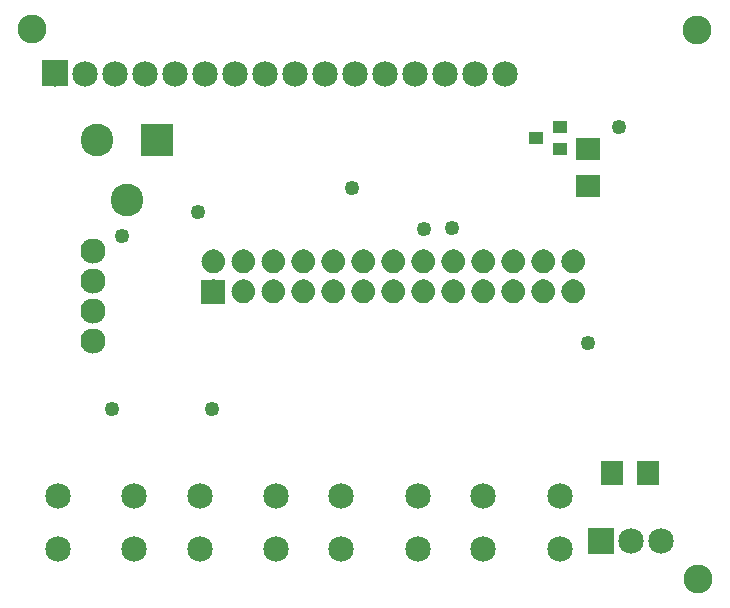
<source format=gts>
G04 MADE WITH FRITZING*
G04 WWW.FRITZING.ORG*
G04 DOUBLE SIDED*
G04 HOLES PLATED*
G04 CONTOUR ON CENTER OF CONTOUR VECTOR*
%ASAXBY*%
%FSLAX23Y23*%
%MOIN*%
%OFA0B0*%
%SFA1.0B1.0*%
%ADD10C,0.085000*%
%ADD11C,0.109000*%
%ADD12C,0.083889*%
%ADD13C,0.049370*%
%ADD14C,0.096614*%
%ADD15R,0.085000X0.085000*%
%ADD16R,0.109000X0.109000*%
%ADD17R,0.045433X0.041496*%
%ADD18R,0.072992X0.084803*%
%ADD19R,0.084803X0.072992*%
%ADD20R,0.080000X0.080000*%
%ADD21R,0.001000X0.001000*%
%LNMASK1*%
G90*
G70*
G54D10*
X134Y1735D03*
X234Y1735D03*
X334Y1735D03*
X434Y1735D03*
X534Y1735D03*
X634Y1735D03*
X734Y1735D03*
X834Y1735D03*
X934Y1735D03*
X1034Y1735D03*
X1134Y1735D03*
X1234Y1735D03*
X1334Y1735D03*
X1434Y1735D03*
X1534Y1735D03*
X1634Y1735D03*
G54D11*
X273Y1514D03*
X473Y1514D03*
X373Y1314D03*
G54D10*
X142Y326D03*
X398Y326D03*
X142Y149D03*
X398Y149D03*
X615Y326D03*
X871Y326D03*
X615Y149D03*
X871Y149D03*
X2153Y176D03*
X2053Y176D03*
X1953Y176D03*
X1087Y326D03*
X1343Y326D03*
X1087Y149D03*
X1343Y149D03*
X1560Y326D03*
X1815Y326D03*
X1560Y149D03*
X1815Y149D03*
G54D12*
X259Y845D03*
X259Y945D03*
X259Y1045D03*
X259Y1145D03*
G54D13*
X323Y617D03*
X658Y617D03*
X1910Y838D03*
X611Y1275D03*
X1363Y1216D03*
X1457Y1219D03*
X2012Y1558D03*
X1123Y1352D03*
X356Y1195D03*
G54D14*
X56Y1885D03*
X2276Y50D03*
X2272Y1881D03*
G54D15*
X133Y1736D03*
G54D16*
X473Y1514D03*
G54D17*
X1815Y1483D03*
X1815Y1558D03*
X1737Y1521D03*
G54D18*
X2111Y404D03*
X1989Y404D03*
G54D19*
X1910Y1483D03*
X1910Y1361D03*
G54D15*
X1953Y176D03*
G54D20*
X661Y1007D03*
G54D21*
X656Y1148D02*
X666Y1148D01*
X756Y1148D02*
X766Y1148D01*
X856Y1148D02*
X866Y1148D01*
X956Y1148D02*
X966Y1148D01*
X1056Y1148D02*
X1066Y1148D01*
X1156Y1148D02*
X1166Y1148D01*
X1256Y1148D02*
X1266Y1148D01*
X1356Y1148D02*
X1366Y1148D01*
X1456Y1148D02*
X1466Y1148D01*
X1556Y1148D02*
X1566Y1148D01*
X1656Y1148D02*
X1666Y1148D01*
X1756Y1148D02*
X1766Y1148D01*
X1856Y1148D02*
X1866Y1148D01*
X652Y1147D02*
X670Y1147D01*
X752Y1147D02*
X770Y1147D01*
X852Y1147D02*
X870Y1147D01*
X952Y1147D02*
X970Y1147D01*
X1052Y1147D02*
X1070Y1147D01*
X1152Y1147D02*
X1170Y1147D01*
X1252Y1147D02*
X1270Y1147D01*
X1352Y1147D02*
X1370Y1147D01*
X1452Y1147D02*
X1470Y1147D01*
X1552Y1147D02*
X1570Y1147D01*
X1652Y1147D02*
X1670Y1147D01*
X1752Y1147D02*
X1770Y1147D01*
X1851Y1147D02*
X1870Y1147D01*
X649Y1146D02*
X673Y1146D01*
X749Y1146D02*
X773Y1146D01*
X849Y1146D02*
X873Y1146D01*
X949Y1146D02*
X973Y1146D01*
X1049Y1146D02*
X1073Y1146D01*
X1149Y1146D02*
X1173Y1146D01*
X1249Y1146D02*
X1273Y1146D01*
X1349Y1146D02*
X1373Y1146D01*
X1449Y1146D02*
X1473Y1146D01*
X1549Y1146D02*
X1573Y1146D01*
X1649Y1146D02*
X1673Y1146D01*
X1749Y1146D02*
X1773Y1146D01*
X1849Y1146D02*
X1873Y1146D01*
X647Y1145D02*
X675Y1145D01*
X747Y1145D02*
X775Y1145D01*
X846Y1145D02*
X875Y1145D01*
X946Y1145D02*
X975Y1145D01*
X1046Y1145D02*
X1075Y1145D01*
X1146Y1145D02*
X1175Y1145D01*
X1246Y1145D02*
X1275Y1145D01*
X1346Y1145D02*
X1375Y1145D01*
X1446Y1145D02*
X1475Y1145D01*
X1546Y1145D02*
X1575Y1145D01*
X1646Y1145D02*
X1675Y1145D01*
X1746Y1145D02*
X1775Y1145D01*
X1846Y1145D02*
X1875Y1145D01*
X645Y1144D02*
X677Y1144D01*
X745Y1144D02*
X777Y1144D01*
X844Y1144D02*
X877Y1144D01*
X944Y1144D02*
X977Y1144D01*
X1044Y1144D02*
X1077Y1144D01*
X1144Y1144D02*
X1177Y1144D01*
X1244Y1144D02*
X1277Y1144D01*
X1344Y1144D02*
X1377Y1144D01*
X1444Y1144D02*
X1477Y1144D01*
X1544Y1144D02*
X1577Y1144D01*
X1644Y1144D02*
X1677Y1144D01*
X1744Y1144D02*
X1777Y1144D01*
X1844Y1144D02*
X1877Y1144D01*
X643Y1143D02*
X679Y1143D01*
X743Y1143D02*
X779Y1143D01*
X843Y1143D02*
X879Y1143D01*
X943Y1143D02*
X979Y1143D01*
X1043Y1143D02*
X1079Y1143D01*
X1143Y1143D02*
X1179Y1143D01*
X1243Y1143D02*
X1279Y1143D01*
X1343Y1143D02*
X1379Y1143D01*
X1443Y1143D02*
X1479Y1143D01*
X1543Y1143D02*
X1579Y1143D01*
X1643Y1143D02*
X1679Y1143D01*
X1743Y1143D02*
X1779Y1143D01*
X1843Y1143D02*
X1879Y1143D01*
X641Y1142D02*
X680Y1142D01*
X741Y1142D02*
X780Y1142D01*
X841Y1142D02*
X880Y1142D01*
X941Y1142D02*
X980Y1142D01*
X1041Y1142D02*
X1080Y1142D01*
X1141Y1142D02*
X1180Y1142D01*
X1241Y1142D02*
X1280Y1142D01*
X1341Y1142D02*
X1380Y1142D01*
X1441Y1142D02*
X1480Y1142D01*
X1541Y1142D02*
X1580Y1142D01*
X1641Y1142D02*
X1680Y1142D01*
X1741Y1142D02*
X1780Y1142D01*
X1841Y1142D02*
X1880Y1142D01*
X640Y1141D02*
X682Y1141D01*
X740Y1141D02*
X782Y1141D01*
X840Y1141D02*
X882Y1141D01*
X940Y1141D02*
X982Y1141D01*
X1040Y1141D02*
X1082Y1141D01*
X1140Y1141D02*
X1182Y1141D01*
X1240Y1141D02*
X1282Y1141D01*
X1340Y1141D02*
X1382Y1141D01*
X1440Y1141D02*
X1482Y1141D01*
X1540Y1141D02*
X1582Y1141D01*
X1640Y1141D02*
X1682Y1141D01*
X1740Y1141D02*
X1782Y1141D01*
X1840Y1141D02*
X1882Y1141D01*
X638Y1140D02*
X683Y1140D01*
X738Y1140D02*
X783Y1140D01*
X838Y1140D02*
X883Y1140D01*
X938Y1140D02*
X983Y1140D01*
X1038Y1140D02*
X1083Y1140D01*
X1138Y1140D02*
X1183Y1140D01*
X1238Y1140D02*
X1283Y1140D01*
X1338Y1140D02*
X1383Y1140D01*
X1438Y1140D02*
X1483Y1140D01*
X1538Y1140D02*
X1583Y1140D01*
X1638Y1140D02*
X1683Y1140D01*
X1738Y1140D02*
X1783Y1140D01*
X1838Y1140D02*
X1883Y1140D01*
X637Y1139D02*
X685Y1139D01*
X737Y1139D02*
X785Y1139D01*
X837Y1139D02*
X884Y1139D01*
X937Y1139D02*
X984Y1139D01*
X1037Y1139D02*
X1084Y1139D01*
X1137Y1139D02*
X1184Y1139D01*
X1237Y1139D02*
X1284Y1139D01*
X1337Y1139D02*
X1384Y1139D01*
X1437Y1139D02*
X1484Y1139D01*
X1537Y1139D02*
X1584Y1139D01*
X1637Y1139D02*
X1684Y1139D01*
X1737Y1139D02*
X1784Y1139D01*
X1837Y1139D02*
X1884Y1139D01*
X636Y1138D02*
X686Y1138D01*
X736Y1138D02*
X786Y1138D01*
X836Y1138D02*
X886Y1138D01*
X936Y1138D02*
X986Y1138D01*
X1036Y1138D02*
X1086Y1138D01*
X1136Y1138D02*
X1186Y1138D01*
X1236Y1138D02*
X1286Y1138D01*
X1336Y1138D02*
X1386Y1138D01*
X1436Y1138D02*
X1486Y1138D01*
X1536Y1138D02*
X1586Y1138D01*
X1636Y1138D02*
X1686Y1138D01*
X1736Y1138D02*
X1786Y1138D01*
X1836Y1138D02*
X1886Y1138D01*
X635Y1137D02*
X687Y1137D01*
X735Y1137D02*
X787Y1137D01*
X835Y1137D02*
X887Y1137D01*
X935Y1137D02*
X987Y1137D01*
X1035Y1137D02*
X1087Y1137D01*
X1135Y1137D02*
X1187Y1137D01*
X1235Y1137D02*
X1287Y1137D01*
X1335Y1137D02*
X1387Y1137D01*
X1435Y1137D02*
X1487Y1137D01*
X1535Y1137D02*
X1587Y1137D01*
X1635Y1137D02*
X1687Y1137D01*
X1735Y1137D02*
X1787Y1137D01*
X1835Y1137D02*
X1887Y1137D01*
X634Y1136D02*
X688Y1136D01*
X734Y1136D02*
X788Y1136D01*
X834Y1136D02*
X888Y1136D01*
X934Y1136D02*
X988Y1136D01*
X1034Y1136D02*
X1088Y1136D01*
X1134Y1136D02*
X1188Y1136D01*
X1234Y1136D02*
X1288Y1136D01*
X1334Y1136D02*
X1388Y1136D01*
X1434Y1136D02*
X1488Y1136D01*
X1534Y1136D02*
X1588Y1136D01*
X1634Y1136D02*
X1688Y1136D01*
X1734Y1136D02*
X1788Y1136D01*
X1834Y1136D02*
X1888Y1136D01*
X633Y1135D02*
X689Y1135D01*
X733Y1135D02*
X789Y1135D01*
X833Y1135D02*
X889Y1135D01*
X933Y1135D02*
X989Y1135D01*
X1033Y1135D02*
X1089Y1135D01*
X1133Y1135D02*
X1189Y1135D01*
X1233Y1135D02*
X1289Y1135D01*
X1333Y1135D02*
X1389Y1135D01*
X1433Y1135D02*
X1489Y1135D01*
X1533Y1135D02*
X1589Y1135D01*
X1633Y1135D02*
X1689Y1135D01*
X1733Y1135D02*
X1789Y1135D01*
X1833Y1135D02*
X1889Y1135D01*
X632Y1134D02*
X690Y1134D01*
X732Y1134D02*
X790Y1134D01*
X832Y1134D02*
X890Y1134D01*
X932Y1134D02*
X990Y1134D01*
X1032Y1134D02*
X1090Y1134D01*
X1132Y1134D02*
X1190Y1134D01*
X1232Y1134D02*
X1290Y1134D01*
X1332Y1134D02*
X1390Y1134D01*
X1432Y1134D02*
X1490Y1134D01*
X1532Y1134D02*
X1590Y1134D01*
X1632Y1134D02*
X1690Y1134D01*
X1732Y1134D02*
X1790Y1134D01*
X1832Y1134D02*
X1890Y1134D01*
X631Y1133D02*
X691Y1133D01*
X731Y1133D02*
X791Y1133D01*
X831Y1133D02*
X891Y1133D01*
X931Y1133D02*
X991Y1133D01*
X1031Y1133D02*
X1091Y1133D01*
X1131Y1133D02*
X1191Y1133D01*
X1231Y1133D02*
X1290Y1133D01*
X1331Y1133D02*
X1390Y1133D01*
X1431Y1133D02*
X1490Y1133D01*
X1531Y1133D02*
X1590Y1133D01*
X1631Y1133D02*
X1690Y1133D01*
X1731Y1133D02*
X1790Y1133D01*
X1831Y1133D02*
X1890Y1133D01*
X630Y1132D02*
X691Y1132D01*
X730Y1132D02*
X791Y1132D01*
X830Y1132D02*
X891Y1132D01*
X930Y1132D02*
X991Y1132D01*
X1030Y1132D02*
X1091Y1132D01*
X1130Y1132D02*
X1191Y1132D01*
X1230Y1132D02*
X1291Y1132D01*
X1330Y1132D02*
X1391Y1132D01*
X1430Y1132D02*
X1491Y1132D01*
X1530Y1132D02*
X1591Y1132D01*
X1630Y1132D02*
X1691Y1132D01*
X1730Y1132D02*
X1791Y1132D01*
X1830Y1132D02*
X1891Y1132D01*
X629Y1131D02*
X692Y1131D01*
X729Y1131D02*
X792Y1131D01*
X829Y1131D02*
X892Y1131D01*
X929Y1131D02*
X992Y1131D01*
X1029Y1131D02*
X1092Y1131D01*
X1129Y1131D02*
X1192Y1131D01*
X1229Y1131D02*
X1292Y1131D01*
X1329Y1131D02*
X1392Y1131D01*
X1429Y1131D02*
X1492Y1131D01*
X1529Y1131D02*
X1592Y1131D01*
X1629Y1131D02*
X1692Y1131D01*
X1729Y1131D02*
X1792Y1131D01*
X1829Y1131D02*
X1892Y1131D01*
X629Y1130D02*
X693Y1130D01*
X729Y1130D02*
X793Y1130D01*
X829Y1130D02*
X893Y1130D01*
X929Y1130D02*
X993Y1130D01*
X1029Y1130D02*
X1093Y1130D01*
X1129Y1130D02*
X1193Y1130D01*
X1229Y1130D02*
X1293Y1130D01*
X1329Y1130D02*
X1393Y1130D01*
X1429Y1130D02*
X1493Y1130D01*
X1529Y1130D02*
X1593Y1130D01*
X1629Y1130D02*
X1693Y1130D01*
X1729Y1130D02*
X1793Y1130D01*
X1829Y1130D02*
X1893Y1130D01*
X628Y1129D02*
X694Y1129D01*
X728Y1129D02*
X794Y1129D01*
X828Y1129D02*
X894Y1129D01*
X928Y1129D02*
X994Y1129D01*
X1028Y1129D02*
X1094Y1129D01*
X1128Y1129D02*
X1194Y1129D01*
X1228Y1129D02*
X1294Y1129D01*
X1328Y1129D02*
X1393Y1129D01*
X1428Y1129D02*
X1493Y1129D01*
X1528Y1129D02*
X1593Y1129D01*
X1628Y1129D02*
X1693Y1129D01*
X1728Y1129D02*
X1793Y1129D01*
X1828Y1129D02*
X1893Y1129D01*
X627Y1128D02*
X694Y1128D01*
X727Y1128D02*
X794Y1128D01*
X827Y1128D02*
X894Y1128D01*
X927Y1128D02*
X994Y1128D01*
X1027Y1128D02*
X1094Y1128D01*
X1127Y1128D02*
X1194Y1128D01*
X1227Y1128D02*
X1294Y1128D01*
X1327Y1128D02*
X1394Y1128D01*
X1427Y1128D02*
X1494Y1128D01*
X1527Y1128D02*
X1594Y1128D01*
X1627Y1128D02*
X1694Y1128D01*
X1727Y1128D02*
X1794Y1128D01*
X1827Y1128D02*
X1894Y1128D01*
X627Y1127D02*
X695Y1127D01*
X727Y1127D02*
X795Y1127D01*
X827Y1127D02*
X895Y1127D01*
X927Y1127D02*
X995Y1127D01*
X1027Y1127D02*
X1095Y1127D01*
X1127Y1127D02*
X1195Y1127D01*
X1227Y1127D02*
X1295Y1127D01*
X1327Y1127D02*
X1395Y1127D01*
X1427Y1127D02*
X1495Y1127D01*
X1527Y1127D02*
X1595Y1127D01*
X1627Y1127D02*
X1695Y1127D01*
X1727Y1127D02*
X1795Y1127D01*
X1827Y1127D02*
X1895Y1127D01*
X626Y1126D02*
X695Y1126D01*
X726Y1126D02*
X795Y1126D01*
X826Y1126D02*
X895Y1126D01*
X926Y1126D02*
X995Y1126D01*
X1026Y1126D02*
X1095Y1126D01*
X1126Y1126D02*
X1195Y1126D01*
X1226Y1126D02*
X1295Y1126D01*
X1326Y1126D02*
X1395Y1126D01*
X1426Y1126D02*
X1495Y1126D01*
X1526Y1126D02*
X1595Y1126D01*
X1626Y1126D02*
X1695Y1126D01*
X1726Y1126D02*
X1795Y1126D01*
X1826Y1126D02*
X1895Y1126D01*
X626Y1125D02*
X696Y1125D01*
X726Y1125D02*
X796Y1125D01*
X826Y1125D02*
X896Y1125D01*
X926Y1125D02*
X996Y1125D01*
X1026Y1125D02*
X1096Y1125D01*
X1126Y1125D02*
X1196Y1125D01*
X1226Y1125D02*
X1296Y1125D01*
X1326Y1125D02*
X1396Y1125D01*
X1426Y1125D02*
X1496Y1125D01*
X1526Y1125D02*
X1596Y1125D01*
X1626Y1125D02*
X1696Y1125D01*
X1726Y1125D02*
X1796Y1125D01*
X1825Y1125D02*
X1896Y1125D01*
X625Y1124D02*
X696Y1124D01*
X725Y1124D02*
X796Y1124D01*
X825Y1124D02*
X896Y1124D01*
X925Y1124D02*
X996Y1124D01*
X1025Y1124D02*
X1096Y1124D01*
X1125Y1124D02*
X1196Y1124D01*
X1225Y1124D02*
X1296Y1124D01*
X1325Y1124D02*
X1396Y1124D01*
X1425Y1124D02*
X1496Y1124D01*
X1525Y1124D02*
X1596Y1124D01*
X1625Y1124D02*
X1696Y1124D01*
X1725Y1124D02*
X1796Y1124D01*
X1825Y1124D02*
X1896Y1124D01*
X625Y1123D02*
X697Y1123D01*
X725Y1123D02*
X797Y1123D01*
X825Y1123D02*
X897Y1123D01*
X925Y1123D02*
X997Y1123D01*
X1025Y1123D02*
X1097Y1123D01*
X1125Y1123D02*
X1197Y1123D01*
X1225Y1123D02*
X1297Y1123D01*
X1325Y1123D02*
X1397Y1123D01*
X1425Y1123D02*
X1497Y1123D01*
X1525Y1123D02*
X1597Y1123D01*
X1625Y1123D02*
X1697Y1123D01*
X1725Y1123D02*
X1797Y1123D01*
X1825Y1123D02*
X1897Y1123D01*
X624Y1122D02*
X697Y1122D01*
X724Y1122D02*
X797Y1122D01*
X824Y1122D02*
X897Y1122D01*
X924Y1122D02*
X997Y1122D01*
X1024Y1122D02*
X1097Y1122D01*
X1124Y1122D02*
X1197Y1122D01*
X1224Y1122D02*
X1297Y1122D01*
X1324Y1122D02*
X1397Y1122D01*
X1424Y1122D02*
X1497Y1122D01*
X1524Y1122D02*
X1597Y1122D01*
X1624Y1122D02*
X1697Y1122D01*
X1724Y1122D02*
X1797Y1122D01*
X1824Y1122D02*
X1897Y1122D01*
X624Y1121D02*
X698Y1121D01*
X724Y1121D02*
X798Y1121D01*
X824Y1121D02*
X898Y1121D01*
X924Y1121D02*
X998Y1121D01*
X1024Y1121D02*
X1098Y1121D01*
X1124Y1121D02*
X1198Y1121D01*
X1224Y1121D02*
X1298Y1121D01*
X1324Y1121D02*
X1398Y1121D01*
X1424Y1121D02*
X1498Y1121D01*
X1524Y1121D02*
X1598Y1121D01*
X1624Y1121D02*
X1698Y1121D01*
X1724Y1121D02*
X1798Y1121D01*
X1824Y1121D02*
X1898Y1121D01*
X623Y1120D02*
X698Y1120D01*
X723Y1120D02*
X798Y1120D01*
X823Y1120D02*
X898Y1120D01*
X923Y1120D02*
X998Y1120D01*
X1023Y1120D02*
X1098Y1120D01*
X1123Y1120D02*
X1198Y1120D01*
X1223Y1120D02*
X1298Y1120D01*
X1323Y1120D02*
X1398Y1120D01*
X1423Y1120D02*
X1498Y1120D01*
X1523Y1120D02*
X1598Y1120D01*
X1623Y1120D02*
X1698Y1120D01*
X1723Y1120D02*
X1798Y1120D01*
X1823Y1120D02*
X1898Y1120D01*
X623Y1119D02*
X699Y1119D01*
X723Y1119D02*
X799Y1119D01*
X823Y1119D02*
X899Y1119D01*
X923Y1119D02*
X999Y1119D01*
X1023Y1119D02*
X1099Y1119D01*
X1123Y1119D02*
X1198Y1119D01*
X1223Y1119D02*
X1298Y1119D01*
X1323Y1119D02*
X1398Y1119D01*
X1423Y1119D02*
X1498Y1119D01*
X1523Y1119D02*
X1598Y1119D01*
X1623Y1119D02*
X1698Y1119D01*
X1723Y1119D02*
X1798Y1119D01*
X1823Y1119D02*
X1898Y1119D01*
X623Y1118D02*
X699Y1118D01*
X723Y1118D02*
X799Y1118D01*
X823Y1118D02*
X899Y1118D01*
X923Y1118D02*
X999Y1118D01*
X1023Y1118D02*
X1099Y1118D01*
X1123Y1118D02*
X1199Y1118D01*
X1223Y1118D02*
X1299Y1118D01*
X1323Y1118D02*
X1399Y1118D01*
X1423Y1118D02*
X1499Y1118D01*
X1523Y1118D02*
X1599Y1118D01*
X1623Y1118D02*
X1699Y1118D01*
X1723Y1118D02*
X1799Y1118D01*
X1823Y1118D02*
X1899Y1118D01*
X622Y1117D02*
X699Y1117D01*
X722Y1117D02*
X799Y1117D01*
X822Y1117D02*
X899Y1117D01*
X922Y1117D02*
X999Y1117D01*
X1022Y1117D02*
X1099Y1117D01*
X1122Y1117D02*
X1199Y1117D01*
X1222Y1117D02*
X1299Y1117D01*
X1322Y1117D02*
X1399Y1117D01*
X1422Y1117D02*
X1499Y1117D01*
X1522Y1117D02*
X1599Y1117D01*
X1622Y1117D02*
X1699Y1117D01*
X1722Y1117D02*
X1799Y1117D01*
X1822Y1117D02*
X1899Y1117D01*
X622Y1116D02*
X699Y1116D01*
X722Y1116D02*
X799Y1116D01*
X822Y1116D02*
X899Y1116D01*
X922Y1116D02*
X999Y1116D01*
X1022Y1116D02*
X1099Y1116D01*
X1122Y1116D02*
X1199Y1116D01*
X1222Y1116D02*
X1299Y1116D01*
X1322Y1116D02*
X1399Y1116D01*
X1422Y1116D02*
X1499Y1116D01*
X1522Y1116D02*
X1599Y1116D01*
X1622Y1116D02*
X1699Y1116D01*
X1722Y1116D02*
X1799Y1116D01*
X1822Y1116D02*
X1899Y1116D01*
X622Y1115D02*
X700Y1115D01*
X722Y1115D02*
X800Y1115D01*
X822Y1115D02*
X900Y1115D01*
X922Y1115D02*
X1000Y1115D01*
X1022Y1115D02*
X1100Y1115D01*
X1122Y1115D02*
X1200Y1115D01*
X1222Y1115D02*
X1300Y1115D01*
X1322Y1115D02*
X1400Y1115D01*
X1422Y1115D02*
X1500Y1115D01*
X1522Y1115D02*
X1600Y1115D01*
X1622Y1115D02*
X1700Y1115D01*
X1722Y1115D02*
X1799Y1115D01*
X1822Y1115D02*
X1899Y1115D01*
X622Y1114D02*
X700Y1114D01*
X722Y1114D02*
X800Y1114D01*
X822Y1114D02*
X900Y1114D01*
X922Y1114D02*
X1000Y1114D01*
X1022Y1114D02*
X1100Y1114D01*
X1122Y1114D02*
X1200Y1114D01*
X1222Y1114D02*
X1300Y1114D01*
X1322Y1114D02*
X1400Y1114D01*
X1422Y1114D02*
X1500Y1114D01*
X1522Y1114D02*
X1600Y1114D01*
X1622Y1114D02*
X1700Y1114D01*
X1722Y1114D02*
X1800Y1114D01*
X1822Y1114D02*
X1900Y1114D01*
X622Y1113D02*
X700Y1113D01*
X722Y1113D02*
X800Y1113D01*
X822Y1113D02*
X900Y1113D01*
X922Y1113D02*
X1000Y1113D01*
X1022Y1113D02*
X1100Y1113D01*
X1122Y1113D02*
X1200Y1113D01*
X1222Y1113D02*
X1300Y1113D01*
X1322Y1113D02*
X1400Y1113D01*
X1422Y1113D02*
X1500Y1113D01*
X1522Y1113D02*
X1600Y1113D01*
X1622Y1113D02*
X1700Y1113D01*
X1722Y1113D02*
X1800Y1113D01*
X1821Y1113D02*
X1900Y1113D01*
X622Y1112D02*
X700Y1112D01*
X722Y1112D02*
X800Y1112D01*
X822Y1112D02*
X900Y1112D01*
X921Y1112D02*
X1000Y1112D01*
X1021Y1112D02*
X1100Y1112D01*
X1121Y1112D02*
X1200Y1112D01*
X1221Y1112D02*
X1300Y1112D01*
X1321Y1112D02*
X1400Y1112D01*
X1421Y1112D02*
X1500Y1112D01*
X1521Y1112D02*
X1600Y1112D01*
X1621Y1112D02*
X1700Y1112D01*
X1721Y1112D02*
X1800Y1112D01*
X1821Y1112D02*
X1900Y1112D01*
X621Y1111D02*
X700Y1111D01*
X721Y1111D02*
X800Y1111D01*
X821Y1111D02*
X900Y1111D01*
X921Y1111D02*
X1000Y1111D01*
X1021Y1111D02*
X1100Y1111D01*
X1121Y1111D02*
X1200Y1111D01*
X1221Y1111D02*
X1300Y1111D01*
X1321Y1111D02*
X1400Y1111D01*
X1421Y1111D02*
X1500Y1111D01*
X1521Y1111D02*
X1600Y1111D01*
X1621Y1111D02*
X1700Y1111D01*
X1721Y1111D02*
X1800Y1111D01*
X1821Y1111D02*
X1900Y1111D01*
X621Y1110D02*
X700Y1110D01*
X721Y1110D02*
X800Y1110D01*
X821Y1110D02*
X900Y1110D01*
X921Y1110D02*
X1000Y1110D01*
X1021Y1110D02*
X1100Y1110D01*
X1121Y1110D02*
X1200Y1110D01*
X1221Y1110D02*
X1300Y1110D01*
X1321Y1110D02*
X1400Y1110D01*
X1421Y1110D02*
X1500Y1110D01*
X1521Y1110D02*
X1600Y1110D01*
X1621Y1110D02*
X1700Y1110D01*
X1721Y1110D02*
X1800Y1110D01*
X1821Y1110D02*
X1900Y1110D01*
X621Y1109D02*
X700Y1109D01*
X721Y1109D02*
X800Y1109D01*
X821Y1109D02*
X900Y1109D01*
X921Y1109D02*
X1000Y1109D01*
X1021Y1109D02*
X1100Y1109D01*
X1121Y1109D02*
X1200Y1109D01*
X1221Y1109D02*
X1300Y1109D01*
X1321Y1109D02*
X1400Y1109D01*
X1421Y1109D02*
X1500Y1109D01*
X1521Y1109D02*
X1600Y1109D01*
X1621Y1109D02*
X1700Y1109D01*
X1721Y1109D02*
X1800Y1109D01*
X1821Y1109D02*
X1900Y1109D01*
X621Y1108D02*
X700Y1108D01*
X721Y1108D02*
X800Y1108D01*
X821Y1108D02*
X900Y1108D01*
X921Y1108D02*
X1000Y1108D01*
X1021Y1108D02*
X1100Y1108D01*
X1121Y1108D02*
X1200Y1108D01*
X1221Y1108D02*
X1300Y1108D01*
X1321Y1108D02*
X1400Y1108D01*
X1421Y1108D02*
X1500Y1108D01*
X1521Y1108D02*
X1600Y1108D01*
X1621Y1108D02*
X1700Y1108D01*
X1721Y1108D02*
X1800Y1108D01*
X1821Y1108D02*
X1900Y1108D01*
X621Y1107D02*
X700Y1107D01*
X721Y1107D02*
X800Y1107D01*
X821Y1107D02*
X900Y1107D01*
X921Y1107D02*
X1000Y1107D01*
X1021Y1107D02*
X1100Y1107D01*
X1121Y1107D02*
X1200Y1107D01*
X1221Y1107D02*
X1300Y1107D01*
X1321Y1107D02*
X1400Y1107D01*
X1421Y1107D02*
X1500Y1107D01*
X1521Y1107D02*
X1600Y1107D01*
X1621Y1107D02*
X1700Y1107D01*
X1721Y1107D02*
X1800Y1107D01*
X1821Y1107D02*
X1900Y1107D01*
X621Y1106D02*
X700Y1106D01*
X721Y1106D02*
X800Y1106D01*
X821Y1106D02*
X900Y1106D01*
X921Y1106D02*
X1000Y1106D01*
X1021Y1106D02*
X1100Y1106D01*
X1121Y1106D02*
X1200Y1106D01*
X1221Y1106D02*
X1300Y1106D01*
X1321Y1106D02*
X1400Y1106D01*
X1421Y1106D02*
X1500Y1106D01*
X1521Y1106D02*
X1600Y1106D01*
X1621Y1106D02*
X1700Y1106D01*
X1721Y1106D02*
X1800Y1106D01*
X1821Y1106D02*
X1900Y1106D01*
X622Y1105D02*
X700Y1105D01*
X722Y1105D02*
X800Y1105D01*
X822Y1105D02*
X900Y1105D01*
X921Y1105D02*
X1000Y1105D01*
X1021Y1105D02*
X1100Y1105D01*
X1121Y1105D02*
X1200Y1105D01*
X1221Y1105D02*
X1300Y1105D01*
X1321Y1105D02*
X1400Y1105D01*
X1421Y1105D02*
X1500Y1105D01*
X1521Y1105D02*
X1600Y1105D01*
X1621Y1105D02*
X1700Y1105D01*
X1721Y1105D02*
X1800Y1105D01*
X1821Y1105D02*
X1900Y1105D01*
X622Y1104D02*
X700Y1104D01*
X722Y1104D02*
X800Y1104D01*
X822Y1104D02*
X900Y1104D01*
X922Y1104D02*
X1000Y1104D01*
X1022Y1104D02*
X1100Y1104D01*
X1122Y1104D02*
X1200Y1104D01*
X1222Y1104D02*
X1300Y1104D01*
X1322Y1104D02*
X1400Y1104D01*
X1422Y1104D02*
X1500Y1104D01*
X1522Y1104D02*
X1600Y1104D01*
X1622Y1104D02*
X1700Y1104D01*
X1722Y1104D02*
X1800Y1104D01*
X1821Y1104D02*
X1900Y1104D01*
X622Y1103D02*
X700Y1103D01*
X722Y1103D02*
X800Y1103D01*
X822Y1103D02*
X900Y1103D01*
X922Y1103D02*
X1000Y1103D01*
X1022Y1103D02*
X1100Y1103D01*
X1122Y1103D02*
X1200Y1103D01*
X1222Y1103D02*
X1300Y1103D01*
X1322Y1103D02*
X1400Y1103D01*
X1422Y1103D02*
X1500Y1103D01*
X1522Y1103D02*
X1600Y1103D01*
X1622Y1103D02*
X1700Y1103D01*
X1722Y1103D02*
X1800Y1103D01*
X1822Y1103D02*
X1900Y1103D01*
X622Y1102D02*
X700Y1102D01*
X722Y1102D02*
X800Y1102D01*
X822Y1102D02*
X900Y1102D01*
X922Y1102D02*
X1000Y1102D01*
X1022Y1102D02*
X1100Y1102D01*
X1122Y1102D02*
X1200Y1102D01*
X1222Y1102D02*
X1300Y1102D01*
X1322Y1102D02*
X1400Y1102D01*
X1422Y1102D02*
X1500Y1102D01*
X1522Y1102D02*
X1600Y1102D01*
X1622Y1102D02*
X1699Y1102D01*
X1722Y1102D02*
X1799Y1102D01*
X1822Y1102D02*
X1899Y1102D01*
X622Y1101D02*
X699Y1101D01*
X722Y1101D02*
X799Y1101D01*
X822Y1101D02*
X899Y1101D01*
X922Y1101D02*
X999Y1101D01*
X1022Y1101D02*
X1099Y1101D01*
X1122Y1101D02*
X1199Y1101D01*
X1222Y1101D02*
X1299Y1101D01*
X1322Y1101D02*
X1399Y1101D01*
X1422Y1101D02*
X1499Y1101D01*
X1522Y1101D02*
X1599Y1101D01*
X1622Y1101D02*
X1699Y1101D01*
X1722Y1101D02*
X1799Y1101D01*
X1822Y1101D02*
X1899Y1101D01*
X622Y1100D02*
X699Y1100D01*
X722Y1100D02*
X799Y1100D01*
X822Y1100D02*
X899Y1100D01*
X922Y1100D02*
X999Y1100D01*
X1022Y1100D02*
X1099Y1100D01*
X1122Y1100D02*
X1199Y1100D01*
X1222Y1100D02*
X1299Y1100D01*
X1322Y1100D02*
X1399Y1100D01*
X1422Y1100D02*
X1499Y1100D01*
X1522Y1100D02*
X1599Y1100D01*
X1622Y1100D02*
X1699Y1100D01*
X1722Y1100D02*
X1799Y1100D01*
X1822Y1100D02*
X1899Y1100D01*
X623Y1099D02*
X699Y1099D01*
X723Y1099D02*
X799Y1099D01*
X823Y1099D02*
X899Y1099D01*
X923Y1099D02*
X999Y1099D01*
X1023Y1099D02*
X1099Y1099D01*
X1123Y1099D02*
X1199Y1099D01*
X1223Y1099D02*
X1299Y1099D01*
X1323Y1099D02*
X1399Y1099D01*
X1423Y1099D02*
X1499Y1099D01*
X1523Y1099D02*
X1599Y1099D01*
X1623Y1099D02*
X1699Y1099D01*
X1723Y1099D02*
X1799Y1099D01*
X1823Y1099D02*
X1899Y1099D01*
X623Y1098D02*
X699Y1098D01*
X723Y1098D02*
X799Y1098D01*
X823Y1098D02*
X899Y1098D01*
X923Y1098D02*
X999Y1098D01*
X1023Y1098D02*
X1098Y1098D01*
X1123Y1098D02*
X1198Y1098D01*
X1223Y1098D02*
X1298Y1098D01*
X1323Y1098D02*
X1398Y1098D01*
X1423Y1098D02*
X1498Y1098D01*
X1523Y1098D02*
X1598Y1098D01*
X1623Y1098D02*
X1698Y1098D01*
X1723Y1098D02*
X1798Y1098D01*
X1823Y1098D02*
X1898Y1098D01*
X623Y1097D02*
X698Y1097D01*
X723Y1097D02*
X798Y1097D01*
X823Y1097D02*
X898Y1097D01*
X923Y1097D02*
X998Y1097D01*
X1023Y1097D02*
X1098Y1097D01*
X1123Y1097D02*
X1198Y1097D01*
X1223Y1097D02*
X1298Y1097D01*
X1323Y1097D02*
X1398Y1097D01*
X1423Y1097D02*
X1498Y1097D01*
X1523Y1097D02*
X1598Y1097D01*
X1623Y1097D02*
X1698Y1097D01*
X1723Y1097D02*
X1798Y1097D01*
X1823Y1097D02*
X1898Y1097D01*
X624Y1096D02*
X698Y1096D01*
X724Y1096D02*
X798Y1096D01*
X824Y1096D02*
X898Y1096D01*
X924Y1096D02*
X998Y1096D01*
X1024Y1096D02*
X1098Y1096D01*
X1124Y1096D02*
X1198Y1096D01*
X1224Y1096D02*
X1298Y1096D01*
X1324Y1096D02*
X1398Y1096D01*
X1424Y1096D02*
X1498Y1096D01*
X1524Y1096D02*
X1598Y1096D01*
X1624Y1096D02*
X1698Y1096D01*
X1724Y1096D02*
X1798Y1096D01*
X1824Y1096D02*
X1898Y1096D01*
X624Y1095D02*
X697Y1095D01*
X724Y1095D02*
X797Y1095D01*
X824Y1095D02*
X897Y1095D01*
X924Y1095D02*
X997Y1095D01*
X1024Y1095D02*
X1097Y1095D01*
X1124Y1095D02*
X1197Y1095D01*
X1224Y1095D02*
X1297Y1095D01*
X1324Y1095D02*
X1397Y1095D01*
X1424Y1095D02*
X1497Y1095D01*
X1524Y1095D02*
X1597Y1095D01*
X1624Y1095D02*
X1697Y1095D01*
X1724Y1095D02*
X1797Y1095D01*
X1824Y1095D02*
X1897Y1095D01*
X625Y1094D02*
X697Y1094D01*
X725Y1094D02*
X797Y1094D01*
X825Y1094D02*
X897Y1094D01*
X925Y1094D02*
X997Y1094D01*
X1025Y1094D02*
X1097Y1094D01*
X1125Y1094D02*
X1197Y1094D01*
X1225Y1094D02*
X1297Y1094D01*
X1325Y1094D02*
X1397Y1094D01*
X1425Y1094D02*
X1497Y1094D01*
X1525Y1094D02*
X1597Y1094D01*
X1625Y1094D02*
X1697Y1094D01*
X1725Y1094D02*
X1797Y1094D01*
X1825Y1094D02*
X1897Y1094D01*
X625Y1093D02*
X696Y1093D01*
X725Y1093D02*
X796Y1093D01*
X825Y1093D02*
X896Y1093D01*
X925Y1093D02*
X996Y1093D01*
X1025Y1093D02*
X1096Y1093D01*
X1125Y1093D02*
X1196Y1093D01*
X1225Y1093D02*
X1296Y1093D01*
X1325Y1093D02*
X1396Y1093D01*
X1425Y1093D02*
X1496Y1093D01*
X1525Y1093D02*
X1596Y1093D01*
X1625Y1093D02*
X1696Y1093D01*
X1725Y1093D02*
X1796Y1093D01*
X1825Y1093D02*
X1896Y1093D01*
X626Y1092D02*
X696Y1092D01*
X726Y1092D02*
X796Y1092D01*
X826Y1092D02*
X896Y1092D01*
X926Y1092D02*
X996Y1092D01*
X1026Y1092D02*
X1096Y1092D01*
X1126Y1092D02*
X1196Y1092D01*
X1226Y1092D02*
X1296Y1092D01*
X1326Y1092D02*
X1396Y1092D01*
X1426Y1092D02*
X1496Y1092D01*
X1526Y1092D02*
X1596Y1092D01*
X1626Y1092D02*
X1696Y1092D01*
X1726Y1092D02*
X1796Y1092D01*
X1825Y1092D02*
X1896Y1092D01*
X626Y1091D02*
X695Y1091D01*
X726Y1091D02*
X795Y1091D01*
X826Y1091D02*
X895Y1091D01*
X926Y1091D02*
X995Y1091D01*
X1026Y1091D02*
X1095Y1091D01*
X1126Y1091D02*
X1195Y1091D01*
X1226Y1091D02*
X1295Y1091D01*
X1326Y1091D02*
X1395Y1091D01*
X1426Y1091D02*
X1495Y1091D01*
X1526Y1091D02*
X1595Y1091D01*
X1626Y1091D02*
X1695Y1091D01*
X1726Y1091D02*
X1795Y1091D01*
X1826Y1091D02*
X1895Y1091D01*
X627Y1090D02*
X695Y1090D01*
X727Y1090D02*
X795Y1090D01*
X827Y1090D02*
X895Y1090D01*
X927Y1090D02*
X995Y1090D01*
X1027Y1090D02*
X1095Y1090D01*
X1127Y1090D02*
X1195Y1090D01*
X1227Y1090D02*
X1295Y1090D01*
X1327Y1090D02*
X1395Y1090D01*
X1427Y1090D02*
X1495Y1090D01*
X1527Y1090D02*
X1595Y1090D01*
X1627Y1090D02*
X1695Y1090D01*
X1727Y1090D02*
X1795Y1090D01*
X1827Y1090D02*
X1895Y1090D01*
X627Y1089D02*
X694Y1089D01*
X727Y1089D02*
X794Y1089D01*
X827Y1089D02*
X894Y1089D01*
X927Y1089D02*
X994Y1089D01*
X1027Y1089D02*
X1094Y1089D01*
X1127Y1089D02*
X1194Y1089D01*
X1227Y1089D02*
X1294Y1089D01*
X1327Y1089D02*
X1394Y1089D01*
X1427Y1089D02*
X1494Y1089D01*
X1527Y1089D02*
X1594Y1089D01*
X1627Y1089D02*
X1694Y1089D01*
X1727Y1089D02*
X1794Y1089D01*
X1827Y1089D02*
X1894Y1089D01*
X628Y1088D02*
X694Y1088D01*
X728Y1088D02*
X794Y1088D01*
X828Y1088D02*
X894Y1088D01*
X928Y1088D02*
X994Y1088D01*
X1028Y1088D02*
X1094Y1088D01*
X1128Y1088D02*
X1194Y1088D01*
X1228Y1088D02*
X1293Y1088D01*
X1328Y1088D02*
X1393Y1088D01*
X1428Y1088D02*
X1493Y1088D01*
X1528Y1088D02*
X1593Y1088D01*
X1628Y1088D02*
X1693Y1088D01*
X1728Y1088D02*
X1793Y1088D01*
X1828Y1088D02*
X1893Y1088D01*
X629Y1087D02*
X693Y1087D01*
X729Y1087D02*
X793Y1087D01*
X829Y1087D02*
X893Y1087D01*
X929Y1087D02*
X993Y1087D01*
X1029Y1087D02*
X1093Y1087D01*
X1129Y1087D02*
X1193Y1087D01*
X1229Y1087D02*
X1293Y1087D01*
X1329Y1087D02*
X1393Y1087D01*
X1429Y1087D02*
X1493Y1087D01*
X1529Y1087D02*
X1593Y1087D01*
X1629Y1087D02*
X1693Y1087D01*
X1729Y1087D02*
X1793Y1087D01*
X1829Y1087D02*
X1893Y1087D01*
X629Y1086D02*
X692Y1086D01*
X729Y1086D02*
X792Y1086D01*
X829Y1086D02*
X892Y1086D01*
X929Y1086D02*
X992Y1086D01*
X1029Y1086D02*
X1092Y1086D01*
X1129Y1086D02*
X1192Y1086D01*
X1229Y1086D02*
X1292Y1086D01*
X1329Y1086D02*
X1392Y1086D01*
X1429Y1086D02*
X1492Y1086D01*
X1529Y1086D02*
X1592Y1086D01*
X1629Y1086D02*
X1692Y1086D01*
X1729Y1086D02*
X1792Y1086D01*
X1829Y1086D02*
X1892Y1086D01*
X630Y1085D02*
X691Y1085D01*
X730Y1085D02*
X791Y1085D01*
X830Y1085D02*
X891Y1085D01*
X930Y1085D02*
X991Y1085D01*
X1030Y1085D02*
X1091Y1085D01*
X1130Y1085D02*
X1191Y1085D01*
X1230Y1085D02*
X1291Y1085D01*
X1330Y1085D02*
X1391Y1085D01*
X1430Y1085D02*
X1491Y1085D01*
X1530Y1085D02*
X1591Y1085D01*
X1630Y1085D02*
X1691Y1085D01*
X1730Y1085D02*
X1791Y1085D01*
X1830Y1085D02*
X1891Y1085D01*
X631Y1084D02*
X691Y1084D01*
X731Y1084D02*
X791Y1084D01*
X831Y1084D02*
X891Y1084D01*
X931Y1084D02*
X991Y1084D01*
X1031Y1084D02*
X1091Y1084D01*
X1131Y1084D02*
X1190Y1084D01*
X1231Y1084D02*
X1290Y1084D01*
X1331Y1084D02*
X1390Y1084D01*
X1431Y1084D02*
X1490Y1084D01*
X1531Y1084D02*
X1590Y1084D01*
X1631Y1084D02*
X1690Y1084D01*
X1731Y1084D02*
X1790Y1084D01*
X1831Y1084D02*
X1890Y1084D01*
X632Y1083D02*
X690Y1083D01*
X732Y1083D02*
X790Y1083D01*
X832Y1083D02*
X890Y1083D01*
X932Y1083D02*
X990Y1083D01*
X1032Y1083D02*
X1090Y1083D01*
X1132Y1083D02*
X1190Y1083D01*
X1232Y1083D02*
X1290Y1083D01*
X1332Y1083D02*
X1390Y1083D01*
X1432Y1083D02*
X1490Y1083D01*
X1532Y1083D02*
X1590Y1083D01*
X1632Y1083D02*
X1690Y1083D01*
X1732Y1083D02*
X1790Y1083D01*
X1832Y1083D02*
X1890Y1083D01*
X633Y1082D02*
X689Y1082D01*
X733Y1082D02*
X789Y1082D01*
X833Y1082D02*
X889Y1082D01*
X933Y1082D02*
X989Y1082D01*
X1033Y1082D02*
X1089Y1082D01*
X1133Y1082D02*
X1189Y1082D01*
X1233Y1082D02*
X1289Y1082D01*
X1333Y1082D02*
X1389Y1082D01*
X1433Y1082D02*
X1489Y1082D01*
X1533Y1082D02*
X1589Y1082D01*
X1633Y1082D02*
X1689Y1082D01*
X1733Y1082D02*
X1789Y1082D01*
X1833Y1082D02*
X1889Y1082D01*
X634Y1081D02*
X688Y1081D01*
X734Y1081D02*
X788Y1081D01*
X834Y1081D02*
X888Y1081D01*
X934Y1081D02*
X988Y1081D01*
X1034Y1081D02*
X1088Y1081D01*
X1134Y1081D02*
X1188Y1081D01*
X1234Y1081D02*
X1288Y1081D01*
X1334Y1081D02*
X1388Y1081D01*
X1434Y1081D02*
X1488Y1081D01*
X1534Y1081D02*
X1588Y1081D01*
X1634Y1081D02*
X1688Y1081D01*
X1734Y1081D02*
X1788Y1081D01*
X1834Y1081D02*
X1888Y1081D01*
X635Y1080D02*
X687Y1080D01*
X735Y1080D02*
X787Y1080D01*
X835Y1080D02*
X887Y1080D01*
X935Y1080D02*
X987Y1080D01*
X1035Y1080D02*
X1087Y1080D01*
X1135Y1080D02*
X1187Y1080D01*
X1235Y1080D02*
X1287Y1080D01*
X1335Y1080D02*
X1387Y1080D01*
X1435Y1080D02*
X1487Y1080D01*
X1535Y1080D02*
X1587Y1080D01*
X1635Y1080D02*
X1687Y1080D01*
X1735Y1080D02*
X1787Y1080D01*
X1835Y1080D02*
X1887Y1080D01*
X636Y1079D02*
X686Y1079D01*
X736Y1079D02*
X786Y1079D01*
X836Y1079D02*
X886Y1079D01*
X936Y1079D02*
X986Y1079D01*
X1036Y1079D02*
X1086Y1079D01*
X1136Y1079D02*
X1186Y1079D01*
X1236Y1079D02*
X1286Y1079D01*
X1336Y1079D02*
X1386Y1079D01*
X1436Y1079D02*
X1486Y1079D01*
X1536Y1079D02*
X1586Y1079D01*
X1636Y1079D02*
X1686Y1079D01*
X1736Y1079D02*
X1786Y1079D01*
X1836Y1079D02*
X1886Y1079D01*
X637Y1078D02*
X685Y1078D01*
X737Y1078D02*
X784Y1078D01*
X837Y1078D02*
X884Y1078D01*
X937Y1078D02*
X984Y1078D01*
X1037Y1078D02*
X1084Y1078D01*
X1137Y1078D02*
X1184Y1078D01*
X1237Y1078D02*
X1284Y1078D01*
X1337Y1078D02*
X1384Y1078D01*
X1437Y1078D02*
X1484Y1078D01*
X1537Y1078D02*
X1584Y1078D01*
X1637Y1078D02*
X1684Y1078D01*
X1737Y1078D02*
X1784Y1078D01*
X1837Y1078D02*
X1884Y1078D01*
X638Y1077D02*
X683Y1077D01*
X738Y1077D02*
X783Y1077D01*
X838Y1077D02*
X883Y1077D01*
X938Y1077D02*
X983Y1077D01*
X1038Y1077D02*
X1083Y1077D01*
X1138Y1077D02*
X1183Y1077D01*
X1238Y1077D02*
X1283Y1077D01*
X1338Y1077D02*
X1383Y1077D01*
X1438Y1077D02*
X1483Y1077D01*
X1538Y1077D02*
X1583Y1077D01*
X1638Y1077D02*
X1683Y1077D01*
X1738Y1077D02*
X1783Y1077D01*
X1838Y1077D02*
X1883Y1077D01*
X640Y1076D02*
X682Y1076D01*
X740Y1076D02*
X782Y1076D01*
X840Y1076D02*
X882Y1076D01*
X940Y1076D02*
X982Y1076D01*
X1040Y1076D02*
X1082Y1076D01*
X1140Y1076D02*
X1182Y1076D01*
X1240Y1076D02*
X1282Y1076D01*
X1340Y1076D02*
X1382Y1076D01*
X1440Y1076D02*
X1482Y1076D01*
X1540Y1076D02*
X1582Y1076D01*
X1640Y1076D02*
X1682Y1076D01*
X1740Y1076D02*
X1782Y1076D01*
X1840Y1076D02*
X1882Y1076D01*
X641Y1075D02*
X680Y1075D01*
X741Y1075D02*
X780Y1075D01*
X841Y1075D02*
X880Y1075D01*
X941Y1075D02*
X980Y1075D01*
X1041Y1075D02*
X1080Y1075D01*
X1141Y1075D02*
X1180Y1075D01*
X1241Y1075D02*
X1280Y1075D01*
X1341Y1075D02*
X1380Y1075D01*
X1441Y1075D02*
X1480Y1075D01*
X1541Y1075D02*
X1580Y1075D01*
X1641Y1075D02*
X1680Y1075D01*
X1741Y1075D02*
X1780Y1075D01*
X1841Y1075D02*
X1880Y1075D01*
X643Y1074D02*
X679Y1074D01*
X743Y1074D02*
X779Y1074D01*
X843Y1074D02*
X879Y1074D01*
X943Y1074D02*
X979Y1074D01*
X1043Y1074D02*
X1079Y1074D01*
X1143Y1074D02*
X1179Y1074D01*
X1243Y1074D02*
X1279Y1074D01*
X1343Y1074D02*
X1379Y1074D01*
X1443Y1074D02*
X1479Y1074D01*
X1543Y1074D02*
X1579Y1074D01*
X1643Y1074D02*
X1679Y1074D01*
X1743Y1074D02*
X1779Y1074D01*
X1843Y1074D02*
X1879Y1074D01*
X645Y1073D02*
X677Y1073D01*
X745Y1073D02*
X777Y1073D01*
X845Y1073D02*
X877Y1073D01*
X945Y1073D02*
X977Y1073D01*
X1044Y1073D02*
X1077Y1073D01*
X1144Y1073D02*
X1177Y1073D01*
X1244Y1073D02*
X1277Y1073D01*
X1344Y1073D02*
X1377Y1073D01*
X1444Y1073D02*
X1477Y1073D01*
X1544Y1073D02*
X1577Y1073D01*
X1644Y1073D02*
X1677Y1073D01*
X1744Y1073D02*
X1777Y1073D01*
X1844Y1073D02*
X1877Y1073D01*
X647Y1072D02*
X675Y1072D01*
X747Y1072D02*
X775Y1072D01*
X847Y1072D02*
X875Y1072D01*
X946Y1072D02*
X975Y1072D01*
X1046Y1072D02*
X1075Y1072D01*
X1146Y1072D02*
X1175Y1072D01*
X1246Y1072D02*
X1275Y1072D01*
X1346Y1072D02*
X1375Y1072D01*
X1446Y1072D02*
X1475Y1072D01*
X1546Y1072D02*
X1575Y1072D01*
X1646Y1072D02*
X1675Y1072D01*
X1746Y1072D02*
X1775Y1072D01*
X1846Y1072D02*
X1875Y1072D01*
X649Y1071D02*
X673Y1071D01*
X749Y1071D02*
X773Y1071D01*
X849Y1071D02*
X873Y1071D01*
X949Y1071D02*
X973Y1071D01*
X1049Y1071D02*
X1073Y1071D01*
X1149Y1071D02*
X1173Y1071D01*
X1249Y1071D02*
X1273Y1071D01*
X1349Y1071D02*
X1373Y1071D01*
X1449Y1071D02*
X1473Y1071D01*
X1549Y1071D02*
X1573Y1071D01*
X1649Y1071D02*
X1673Y1071D01*
X1749Y1071D02*
X1773Y1071D01*
X1849Y1071D02*
X1873Y1071D01*
X652Y1070D02*
X670Y1070D01*
X752Y1070D02*
X770Y1070D01*
X852Y1070D02*
X870Y1070D01*
X952Y1070D02*
X970Y1070D01*
X1052Y1070D02*
X1070Y1070D01*
X1152Y1070D02*
X1170Y1070D01*
X1252Y1070D02*
X1270Y1070D01*
X1352Y1070D02*
X1370Y1070D01*
X1452Y1070D02*
X1470Y1070D01*
X1552Y1070D02*
X1570Y1070D01*
X1652Y1070D02*
X1670Y1070D01*
X1752Y1070D02*
X1770Y1070D01*
X1852Y1070D02*
X1870Y1070D01*
X656Y1069D02*
X666Y1069D01*
X756Y1069D02*
X766Y1069D01*
X856Y1069D02*
X866Y1069D01*
X956Y1069D02*
X966Y1069D01*
X1056Y1069D02*
X1066Y1069D01*
X1156Y1069D02*
X1166Y1069D01*
X1256Y1069D02*
X1266Y1069D01*
X1356Y1069D02*
X1366Y1069D01*
X1456Y1069D02*
X1466Y1069D01*
X1556Y1069D02*
X1566Y1069D01*
X1656Y1069D02*
X1666Y1069D01*
X1756Y1069D02*
X1766Y1069D01*
X1856Y1069D02*
X1866Y1069D01*
X656Y1048D02*
X666Y1048D01*
X756Y1048D02*
X766Y1048D01*
X856Y1048D02*
X866Y1048D01*
X956Y1048D02*
X966Y1048D01*
X1056Y1048D02*
X1066Y1048D01*
X1156Y1048D02*
X1166Y1048D01*
X1256Y1048D02*
X1266Y1048D01*
X1356Y1048D02*
X1366Y1048D01*
X1456Y1048D02*
X1466Y1048D01*
X1555Y1048D02*
X1566Y1048D01*
X1655Y1048D02*
X1666Y1048D01*
X1755Y1048D02*
X1766Y1048D01*
X1855Y1048D02*
X1866Y1048D01*
X652Y1047D02*
X670Y1047D01*
X752Y1047D02*
X770Y1047D01*
X852Y1047D02*
X870Y1047D01*
X952Y1047D02*
X970Y1047D01*
X1051Y1047D02*
X1070Y1047D01*
X1151Y1047D02*
X1170Y1047D01*
X1251Y1047D02*
X1270Y1047D01*
X1351Y1047D02*
X1370Y1047D01*
X1451Y1047D02*
X1470Y1047D01*
X1551Y1047D02*
X1570Y1047D01*
X1651Y1047D02*
X1670Y1047D01*
X1751Y1047D02*
X1770Y1047D01*
X1851Y1047D02*
X1870Y1047D01*
X649Y1046D02*
X673Y1046D01*
X749Y1046D02*
X773Y1046D01*
X849Y1046D02*
X873Y1046D01*
X949Y1046D02*
X973Y1046D01*
X1049Y1046D02*
X1073Y1046D01*
X1149Y1046D02*
X1173Y1046D01*
X1249Y1046D02*
X1273Y1046D01*
X1349Y1046D02*
X1373Y1046D01*
X1449Y1046D02*
X1473Y1046D01*
X1549Y1046D02*
X1573Y1046D01*
X1649Y1046D02*
X1673Y1046D01*
X1749Y1046D02*
X1773Y1046D01*
X1849Y1046D02*
X1873Y1046D01*
X646Y1045D02*
X675Y1045D01*
X746Y1045D02*
X775Y1045D01*
X846Y1045D02*
X875Y1045D01*
X946Y1045D02*
X975Y1045D01*
X1046Y1045D02*
X1075Y1045D01*
X1146Y1045D02*
X1175Y1045D01*
X1246Y1045D02*
X1275Y1045D01*
X1346Y1045D02*
X1375Y1045D01*
X1446Y1045D02*
X1475Y1045D01*
X1546Y1045D02*
X1575Y1045D01*
X1646Y1045D02*
X1675Y1045D01*
X1746Y1045D02*
X1775Y1045D01*
X1846Y1045D02*
X1875Y1045D01*
X644Y1044D02*
X677Y1044D01*
X744Y1044D02*
X777Y1044D01*
X844Y1044D02*
X877Y1044D01*
X944Y1044D02*
X977Y1044D01*
X1044Y1044D02*
X1077Y1044D01*
X1144Y1044D02*
X1177Y1044D01*
X1244Y1044D02*
X1277Y1044D01*
X1344Y1044D02*
X1377Y1044D01*
X1444Y1044D02*
X1477Y1044D01*
X1544Y1044D02*
X1577Y1044D01*
X1644Y1044D02*
X1677Y1044D01*
X1744Y1044D02*
X1777Y1044D01*
X1844Y1044D02*
X1877Y1044D01*
X643Y1043D02*
X679Y1043D01*
X743Y1043D02*
X779Y1043D01*
X843Y1043D02*
X879Y1043D01*
X943Y1043D02*
X979Y1043D01*
X1043Y1043D02*
X1079Y1043D01*
X1143Y1043D02*
X1179Y1043D01*
X1243Y1043D02*
X1279Y1043D01*
X1343Y1043D02*
X1379Y1043D01*
X1443Y1043D02*
X1479Y1043D01*
X1543Y1043D02*
X1579Y1043D01*
X1643Y1043D02*
X1679Y1043D01*
X1743Y1043D02*
X1779Y1043D01*
X1843Y1043D02*
X1879Y1043D01*
X641Y1042D02*
X681Y1042D01*
X741Y1042D02*
X781Y1042D01*
X841Y1042D02*
X880Y1042D01*
X941Y1042D02*
X980Y1042D01*
X1041Y1042D02*
X1080Y1042D01*
X1141Y1042D02*
X1180Y1042D01*
X1241Y1042D02*
X1280Y1042D01*
X1341Y1042D02*
X1380Y1042D01*
X1441Y1042D02*
X1480Y1042D01*
X1541Y1042D02*
X1580Y1042D01*
X1641Y1042D02*
X1680Y1042D01*
X1741Y1042D02*
X1780Y1042D01*
X1841Y1042D02*
X1880Y1042D01*
X640Y1041D02*
X682Y1041D01*
X740Y1041D02*
X782Y1041D01*
X840Y1041D02*
X882Y1041D01*
X940Y1041D02*
X982Y1041D01*
X1040Y1041D02*
X1082Y1041D01*
X1140Y1041D02*
X1182Y1041D01*
X1240Y1041D02*
X1282Y1041D01*
X1340Y1041D02*
X1382Y1041D01*
X1440Y1041D02*
X1482Y1041D01*
X1540Y1041D02*
X1582Y1041D01*
X1640Y1041D02*
X1682Y1041D01*
X1740Y1041D02*
X1782Y1041D01*
X1839Y1041D02*
X1882Y1041D01*
X638Y1040D02*
X683Y1040D01*
X738Y1040D02*
X783Y1040D01*
X838Y1040D02*
X883Y1040D01*
X938Y1040D02*
X983Y1040D01*
X1038Y1040D02*
X1083Y1040D01*
X1138Y1040D02*
X1183Y1040D01*
X1238Y1040D02*
X1283Y1040D01*
X1338Y1040D02*
X1383Y1040D01*
X1438Y1040D02*
X1483Y1040D01*
X1538Y1040D02*
X1583Y1040D01*
X1638Y1040D02*
X1683Y1040D01*
X1738Y1040D02*
X1783Y1040D01*
X1838Y1040D02*
X1883Y1040D01*
X637Y1039D02*
X685Y1039D01*
X737Y1039D02*
X785Y1039D01*
X837Y1039D02*
X885Y1039D01*
X937Y1039D02*
X985Y1039D01*
X1037Y1039D02*
X1085Y1039D01*
X1137Y1039D02*
X1185Y1039D01*
X1237Y1039D02*
X1284Y1039D01*
X1337Y1039D02*
X1384Y1039D01*
X1437Y1039D02*
X1484Y1039D01*
X1537Y1039D02*
X1584Y1039D01*
X1637Y1039D02*
X1684Y1039D01*
X1737Y1039D02*
X1784Y1039D01*
X1837Y1039D02*
X1884Y1039D01*
X636Y1038D02*
X686Y1038D01*
X736Y1038D02*
X786Y1038D01*
X836Y1038D02*
X886Y1038D01*
X936Y1038D02*
X986Y1038D01*
X1036Y1038D02*
X1086Y1038D01*
X1136Y1038D02*
X1186Y1038D01*
X1236Y1038D02*
X1286Y1038D01*
X1336Y1038D02*
X1386Y1038D01*
X1436Y1038D02*
X1486Y1038D01*
X1536Y1038D02*
X1586Y1038D01*
X1636Y1038D02*
X1686Y1038D01*
X1736Y1038D02*
X1786Y1038D01*
X1836Y1038D02*
X1886Y1038D01*
X635Y1037D02*
X687Y1037D01*
X735Y1037D02*
X787Y1037D01*
X835Y1037D02*
X887Y1037D01*
X935Y1037D02*
X987Y1037D01*
X1035Y1037D02*
X1087Y1037D01*
X1135Y1037D02*
X1187Y1037D01*
X1235Y1037D02*
X1287Y1037D01*
X1335Y1037D02*
X1387Y1037D01*
X1435Y1037D02*
X1487Y1037D01*
X1535Y1037D02*
X1587Y1037D01*
X1635Y1037D02*
X1687Y1037D01*
X1735Y1037D02*
X1787Y1037D01*
X1835Y1037D02*
X1887Y1037D01*
X634Y1036D02*
X688Y1036D01*
X734Y1036D02*
X788Y1036D01*
X834Y1036D02*
X888Y1036D01*
X934Y1036D02*
X988Y1036D01*
X1034Y1036D02*
X1088Y1036D01*
X1134Y1036D02*
X1188Y1036D01*
X1234Y1036D02*
X1288Y1036D01*
X1334Y1036D02*
X1388Y1036D01*
X1434Y1036D02*
X1488Y1036D01*
X1534Y1036D02*
X1588Y1036D01*
X1634Y1036D02*
X1688Y1036D01*
X1734Y1036D02*
X1788Y1036D01*
X1834Y1036D02*
X1888Y1036D01*
X633Y1035D02*
X689Y1035D01*
X733Y1035D02*
X789Y1035D01*
X833Y1035D02*
X889Y1035D01*
X933Y1035D02*
X989Y1035D01*
X1033Y1035D02*
X1089Y1035D01*
X1133Y1035D02*
X1189Y1035D01*
X1233Y1035D02*
X1289Y1035D01*
X1333Y1035D02*
X1389Y1035D01*
X1433Y1035D02*
X1489Y1035D01*
X1533Y1035D02*
X1589Y1035D01*
X1633Y1035D02*
X1689Y1035D01*
X1733Y1035D02*
X1789Y1035D01*
X1833Y1035D02*
X1889Y1035D01*
X632Y1034D02*
X690Y1034D01*
X732Y1034D02*
X790Y1034D01*
X832Y1034D02*
X890Y1034D01*
X932Y1034D02*
X990Y1034D01*
X1032Y1034D02*
X1090Y1034D01*
X1132Y1034D02*
X1190Y1034D01*
X1232Y1034D02*
X1290Y1034D01*
X1332Y1034D02*
X1390Y1034D01*
X1432Y1034D02*
X1490Y1034D01*
X1532Y1034D02*
X1590Y1034D01*
X1632Y1034D02*
X1690Y1034D01*
X1732Y1034D02*
X1790Y1034D01*
X1832Y1034D02*
X1890Y1034D01*
X631Y1033D02*
X691Y1033D01*
X731Y1033D02*
X791Y1033D01*
X831Y1033D02*
X891Y1033D01*
X931Y1033D02*
X991Y1033D01*
X1031Y1033D02*
X1091Y1033D01*
X1131Y1033D02*
X1191Y1033D01*
X1231Y1033D02*
X1291Y1033D01*
X1331Y1033D02*
X1391Y1033D01*
X1431Y1033D02*
X1491Y1033D01*
X1531Y1033D02*
X1590Y1033D01*
X1631Y1033D02*
X1690Y1033D01*
X1731Y1033D02*
X1790Y1033D01*
X1831Y1033D02*
X1890Y1033D01*
X630Y1032D02*
X691Y1032D01*
X730Y1032D02*
X791Y1032D01*
X830Y1032D02*
X891Y1032D01*
X930Y1032D02*
X991Y1032D01*
X1030Y1032D02*
X1091Y1032D01*
X1130Y1032D02*
X1191Y1032D01*
X1230Y1032D02*
X1291Y1032D01*
X1330Y1032D02*
X1391Y1032D01*
X1430Y1032D02*
X1491Y1032D01*
X1530Y1032D02*
X1591Y1032D01*
X1630Y1032D02*
X1691Y1032D01*
X1730Y1032D02*
X1791Y1032D01*
X1830Y1032D02*
X1891Y1032D01*
X629Y1031D02*
X692Y1031D01*
X729Y1031D02*
X792Y1031D01*
X829Y1031D02*
X892Y1031D01*
X929Y1031D02*
X992Y1031D01*
X1029Y1031D02*
X1092Y1031D01*
X1129Y1031D02*
X1192Y1031D01*
X1229Y1031D02*
X1292Y1031D01*
X1329Y1031D02*
X1392Y1031D01*
X1429Y1031D02*
X1492Y1031D01*
X1529Y1031D02*
X1592Y1031D01*
X1629Y1031D02*
X1692Y1031D01*
X1729Y1031D02*
X1792Y1031D01*
X1829Y1031D02*
X1892Y1031D01*
X629Y1030D02*
X693Y1030D01*
X729Y1030D02*
X793Y1030D01*
X829Y1030D02*
X893Y1030D01*
X929Y1030D02*
X993Y1030D01*
X1029Y1030D02*
X1093Y1030D01*
X1129Y1030D02*
X1193Y1030D01*
X1229Y1030D02*
X1293Y1030D01*
X1329Y1030D02*
X1393Y1030D01*
X1429Y1030D02*
X1493Y1030D01*
X1529Y1030D02*
X1593Y1030D01*
X1629Y1030D02*
X1693Y1030D01*
X1729Y1030D02*
X1793Y1030D01*
X1829Y1030D02*
X1893Y1030D01*
X628Y1029D02*
X694Y1029D01*
X728Y1029D02*
X794Y1029D01*
X828Y1029D02*
X894Y1029D01*
X928Y1029D02*
X994Y1029D01*
X1028Y1029D02*
X1094Y1029D01*
X1128Y1029D02*
X1194Y1029D01*
X1228Y1029D02*
X1294Y1029D01*
X1328Y1029D02*
X1394Y1029D01*
X1428Y1029D02*
X1494Y1029D01*
X1528Y1029D02*
X1593Y1029D01*
X1628Y1029D02*
X1693Y1029D01*
X1728Y1029D02*
X1793Y1029D01*
X1828Y1029D02*
X1893Y1029D01*
X627Y1028D02*
X694Y1028D01*
X727Y1028D02*
X794Y1028D01*
X827Y1028D02*
X894Y1028D01*
X927Y1028D02*
X994Y1028D01*
X1027Y1028D02*
X1094Y1028D01*
X1127Y1028D02*
X1194Y1028D01*
X1227Y1028D02*
X1294Y1028D01*
X1327Y1028D02*
X1394Y1028D01*
X1427Y1028D02*
X1494Y1028D01*
X1527Y1028D02*
X1594Y1028D01*
X1627Y1028D02*
X1694Y1028D01*
X1727Y1028D02*
X1794Y1028D01*
X1827Y1028D02*
X1894Y1028D01*
X627Y1027D02*
X695Y1027D01*
X727Y1027D02*
X795Y1027D01*
X827Y1027D02*
X895Y1027D01*
X927Y1027D02*
X995Y1027D01*
X1027Y1027D02*
X1095Y1027D01*
X1127Y1027D02*
X1195Y1027D01*
X1227Y1027D02*
X1295Y1027D01*
X1327Y1027D02*
X1395Y1027D01*
X1427Y1027D02*
X1495Y1027D01*
X1527Y1027D02*
X1595Y1027D01*
X1627Y1027D02*
X1695Y1027D01*
X1727Y1027D02*
X1795Y1027D01*
X1827Y1027D02*
X1895Y1027D01*
X626Y1026D02*
X695Y1026D01*
X726Y1026D02*
X795Y1026D01*
X826Y1026D02*
X895Y1026D01*
X926Y1026D02*
X995Y1026D01*
X1026Y1026D02*
X1095Y1026D01*
X1126Y1026D02*
X1195Y1026D01*
X1226Y1026D02*
X1295Y1026D01*
X1326Y1026D02*
X1395Y1026D01*
X1426Y1026D02*
X1495Y1026D01*
X1526Y1026D02*
X1595Y1026D01*
X1626Y1026D02*
X1695Y1026D01*
X1726Y1026D02*
X1795Y1026D01*
X1826Y1026D02*
X1895Y1026D01*
X626Y1025D02*
X696Y1025D01*
X726Y1025D02*
X796Y1025D01*
X826Y1025D02*
X896Y1025D01*
X926Y1025D02*
X996Y1025D01*
X1026Y1025D02*
X1096Y1025D01*
X1126Y1025D02*
X1196Y1025D01*
X1226Y1025D02*
X1296Y1025D01*
X1326Y1025D02*
X1396Y1025D01*
X1426Y1025D02*
X1496Y1025D01*
X1526Y1025D02*
X1596Y1025D01*
X1625Y1025D02*
X1696Y1025D01*
X1725Y1025D02*
X1796Y1025D01*
X1825Y1025D02*
X1896Y1025D01*
X625Y1024D02*
X697Y1024D01*
X725Y1024D02*
X796Y1024D01*
X825Y1024D02*
X896Y1024D01*
X925Y1024D02*
X996Y1024D01*
X1025Y1024D02*
X1096Y1024D01*
X1125Y1024D02*
X1196Y1024D01*
X1225Y1024D02*
X1296Y1024D01*
X1325Y1024D02*
X1396Y1024D01*
X1425Y1024D02*
X1496Y1024D01*
X1525Y1024D02*
X1596Y1024D01*
X1625Y1024D02*
X1696Y1024D01*
X1725Y1024D02*
X1796Y1024D01*
X1825Y1024D02*
X1896Y1024D01*
X625Y1023D02*
X697Y1023D01*
X725Y1023D02*
X797Y1023D01*
X825Y1023D02*
X897Y1023D01*
X925Y1023D02*
X997Y1023D01*
X1025Y1023D02*
X1097Y1023D01*
X1125Y1023D02*
X1197Y1023D01*
X1225Y1023D02*
X1297Y1023D01*
X1325Y1023D02*
X1397Y1023D01*
X1425Y1023D02*
X1497Y1023D01*
X1525Y1023D02*
X1597Y1023D01*
X1625Y1023D02*
X1697Y1023D01*
X1725Y1023D02*
X1797Y1023D01*
X1824Y1023D02*
X1897Y1023D01*
X624Y1022D02*
X697Y1022D01*
X724Y1022D02*
X797Y1022D01*
X824Y1022D02*
X897Y1022D01*
X924Y1022D02*
X997Y1022D01*
X1024Y1022D02*
X1097Y1022D01*
X1124Y1022D02*
X1197Y1022D01*
X1224Y1022D02*
X1297Y1022D01*
X1324Y1022D02*
X1397Y1022D01*
X1424Y1022D02*
X1497Y1022D01*
X1524Y1022D02*
X1597Y1022D01*
X1624Y1022D02*
X1697Y1022D01*
X1724Y1022D02*
X1797Y1022D01*
X1824Y1022D02*
X1897Y1022D01*
X624Y1021D02*
X698Y1021D01*
X724Y1021D02*
X798Y1021D01*
X824Y1021D02*
X898Y1021D01*
X924Y1021D02*
X998Y1021D01*
X1024Y1021D02*
X1098Y1021D01*
X1124Y1021D02*
X1198Y1021D01*
X1224Y1021D02*
X1298Y1021D01*
X1324Y1021D02*
X1398Y1021D01*
X1424Y1021D02*
X1498Y1021D01*
X1524Y1021D02*
X1598Y1021D01*
X1624Y1021D02*
X1698Y1021D01*
X1724Y1021D02*
X1798Y1021D01*
X1824Y1021D02*
X1898Y1021D01*
X623Y1020D02*
X698Y1020D01*
X723Y1020D02*
X798Y1020D01*
X823Y1020D02*
X898Y1020D01*
X923Y1020D02*
X998Y1020D01*
X1023Y1020D02*
X1098Y1020D01*
X1123Y1020D02*
X1198Y1020D01*
X1223Y1020D02*
X1298Y1020D01*
X1323Y1020D02*
X1398Y1020D01*
X1423Y1020D02*
X1498Y1020D01*
X1523Y1020D02*
X1598Y1020D01*
X1623Y1020D02*
X1698Y1020D01*
X1723Y1020D02*
X1798Y1020D01*
X1823Y1020D02*
X1898Y1020D01*
X623Y1019D02*
X699Y1019D01*
X723Y1019D02*
X799Y1019D01*
X823Y1019D02*
X899Y1019D01*
X923Y1019D02*
X999Y1019D01*
X1023Y1019D02*
X1099Y1019D01*
X1123Y1019D02*
X1198Y1019D01*
X1223Y1019D02*
X1298Y1019D01*
X1323Y1019D02*
X1398Y1019D01*
X1423Y1019D02*
X1498Y1019D01*
X1523Y1019D02*
X1598Y1019D01*
X1623Y1019D02*
X1698Y1019D01*
X1723Y1019D02*
X1798Y1019D01*
X1823Y1019D02*
X1898Y1019D01*
X623Y1018D02*
X699Y1018D01*
X723Y1018D02*
X799Y1018D01*
X823Y1018D02*
X899Y1018D01*
X923Y1018D02*
X999Y1018D01*
X1023Y1018D02*
X1099Y1018D01*
X1123Y1018D02*
X1199Y1018D01*
X1223Y1018D02*
X1299Y1018D01*
X1323Y1018D02*
X1399Y1018D01*
X1423Y1018D02*
X1499Y1018D01*
X1523Y1018D02*
X1599Y1018D01*
X1623Y1018D02*
X1699Y1018D01*
X1723Y1018D02*
X1799Y1018D01*
X1823Y1018D02*
X1899Y1018D01*
X622Y1017D02*
X699Y1017D01*
X722Y1017D02*
X799Y1017D01*
X822Y1017D02*
X899Y1017D01*
X922Y1017D02*
X999Y1017D01*
X1022Y1017D02*
X1099Y1017D01*
X1122Y1017D02*
X1199Y1017D01*
X1222Y1017D02*
X1299Y1017D01*
X1322Y1017D02*
X1399Y1017D01*
X1422Y1017D02*
X1499Y1017D01*
X1522Y1017D02*
X1599Y1017D01*
X1622Y1017D02*
X1699Y1017D01*
X1722Y1017D02*
X1799Y1017D01*
X1822Y1017D02*
X1899Y1017D01*
X622Y1016D02*
X699Y1016D01*
X722Y1016D02*
X799Y1016D01*
X822Y1016D02*
X899Y1016D01*
X922Y1016D02*
X999Y1016D01*
X1022Y1016D02*
X1099Y1016D01*
X1122Y1016D02*
X1199Y1016D01*
X1222Y1016D02*
X1299Y1016D01*
X1322Y1016D02*
X1399Y1016D01*
X1422Y1016D02*
X1499Y1016D01*
X1522Y1016D02*
X1599Y1016D01*
X1622Y1016D02*
X1699Y1016D01*
X1722Y1016D02*
X1799Y1016D01*
X1822Y1016D02*
X1899Y1016D01*
X622Y1015D02*
X700Y1015D01*
X722Y1015D02*
X800Y1015D01*
X822Y1015D02*
X900Y1015D01*
X922Y1015D02*
X1000Y1015D01*
X1022Y1015D02*
X1100Y1015D01*
X1122Y1015D02*
X1200Y1015D01*
X1222Y1015D02*
X1300Y1015D01*
X1322Y1015D02*
X1400Y1015D01*
X1422Y1015D02*
X1500Y1015D01*
X1522Y1015D02*
X1600Y1015D01*
X1622Y1015D02*
X1700Y1015D01*
X1722Y1015D02*
X1799Y1015D01*
X1822Y1015D02*
X1899Y1015D01*
X622Y1014D02*
X700Y1014D01*
X722Y1014D02*
X800Y1014D01*
X822Y1014D02*
X900Y1014D01*
X922Y1014D02*
X1000Y1014D01*
X1022Y1014D02*
X1100Y1014D01*
X1122Y1014D02*
X1200Y1014D01*
X1222Y1014D02*
X1300Y1014D01*
X1322Y1014D02*
X1400Y1014D01*
X1422Y1014D02*
X1500Y1014D01*
X1522Y1014D02*
X1600Y1014D01*
X1622Y1014D02*
X1700Y1014D01*
X1722Y1014D02*
X1800Y1014D01*
X1822Y1014D02*
X1900Y1014D01*
X622Y1013D02*
X700Y1013D01*
X722Y1013D02*
X800Y1013D01*
X822Y1013D02*
X900Y1013D01*
X922Y1013D02*
X1000Y1013D01*
X1022Y1013D02*
X1100Y1013D01*
X1122Y1013D02*
X1200Y1013D01*
X1222Y1013D02*
X1300Y1013D01*
X1322Y1013D02*
X1400Y1013D01*
X1422Y1013D02*
X1500Y1013D01*
X1522Y1013D02*
X1600Y1013D01*
X1622Y1013D02*
X1700Y1013D01*
X1722Y1013D02*
X1800Y1013D01*
X1821Y1013D02*
X1900Y1013D01*
X622Y1012D02*
X700Y1012D01*
X722Y1012D02*
X800Y1012D01*
X822Y1012D02*
X900Y1012D01*
X921Y1012D02*
X1000Y1012D01*
X1021Y1012D02*
X1100Y1012D01*
X1121Y1012D02*
X1200Y1012D01*
X1221Y1012D02*
X1300Y1012D01*
X1321Y1012D02*
X1400Y1012D01*
X1421Y1012D02*
X1500Y1012D01*
X1521Y1012D02*
X1600Y1012D01*
X1621Y1012D02*
X1700Y1012D01*
X1721Y1012D02*
X1800Y1012D01*
X1821Y1012D02*
X1900Y1012D01*
X621Y1011D02*
X700Y1011D01*
X721Y1011D02*
X800Y1011D01*
X821Y1011D02*
X900Y1011D01*
X921Y1011D02*
X1000Y1011D01*
X1021Y1011D02*
X1100Y1011D01*
X1121Y1011D02*
X1200Y1011D01*
X1221Y1011D02*
X1300Y1011D01*
X1321Y1011D02*
X1400Y1011D01*
X1421Y1011D02*
X1500Y1011D01*
X1521Y1011D02*
X1600Y1011D01*
X1621Y1011D02*
X1700Y1011D01*
X1721Y1011D02*
X1800Y1011D01*
X1821Y1011D02*
X1900Y1011D01*
X621Y1010D02*
X700Y1010D01*
X721Y1010D02*
X800Y1010D01*
X821Y1010D02*
X900Y1010D01*
X921Y1010D02*
X1000Y1010D01*
X1021Y1010D02*
X1100Y1010D01*
X1121Y1010D02*
X1200Y1010D01*
X1221Y1010D02*
X1300Y1010D01*
X1321Y1010D02*
X1400Y1010D01*
X1421Y1010D02*
X1500Y1010D01*
X1521Y1010D02*
X1600Y1010D01*
X1621Y1010D02*
X1700Y1010D01*
X1721Y1010D02*
X1800Y1010D01*
X1821Y1010D02*
X1900Y1010D01*
X621Y1009D02*
X700Y1009D01*
X721Y1009D02*
X800Y1009D01*
X821Y1009D02*
X900Y1009D01*
X921Y1009D02*
X1000Y1009D01*
X1021Y1009D02*
X1100Y1009D01*
X1121Y1009D02*
X1200Y1009D01*
X1221Y1009D02*
X1300Y1009D01*
X1321Y1009D02*
X1400Y1009D01*
X1421Y1009D02*
X1500Y1009D01*
X1521Y1009D02*
X1600Y1009D01*
X1621Y1009D02*
X1700Y1009D01*
X1721Y1009D02*
X1800Y1009D01*
X1821Y1009D02*
X1900Y1009D01*
X621Y1008D02*
X700Y1008D01*
X721Y1008D02*
X800Y1008D01*
X821Y1008D02*
X900Y1008D01*
X921Y1008D02*
X1000Y1008D01*
X1021Y1008D02*
X1100Y1008D01*
X1121Y1008D02*
X1200Y1008D01*
X1221Y1008D02*
X1300Y1008D01*
X1321Y1008D02*
X1400Y1008D01*
X1421Y1008D02*
X1500Y1008D01*
X1521Y1008D02*
X1600Y1008D01*
X1621Y1008D02*
X1700Y1008D01*
X1721Y1008D02*
X1800Y1008D01*
X1821Y1008D02*
X1900Y1008D01*
X621Y1007D02*
X700Y1007D01*
X721Y1007D02*
X800Y1007D01*
X821Y1007D02*
X900Y1007D01*
X921Y1007D02*
X1000Y1007D01*
X1021Y1007D02*
X1100Y1007D01*
X1121Y1007D02*
X1200Y1007D01*
X1221Y1007D02*
X1300Y1007D01*
X1321Y1007D02*
X1400Y1007D01*
X1421Y1007D02*
X1500Y1007D01*
X1521Y1007D02*
X1600Y1007D01*
X1621Y1007D02*
X1700Y1007D01*
X1721Y1007D02*
X1800Y1007D01*
X1821Y1007D02*
X1900Y1007D01*
X621Y1006D02*
X700Y1006D01*
X721Y1006D02*
X800Y1006D01*
X821Y1006D02*
X900Y1006D01*
X921Y1006D02*
X1000Y1006D01*
X1021Y1006D02*
X1100Y1006D01*
X1121Y1006D02*
X1200Y1006D01*
X1221Y1006D02*
X1300Y1006D01*
X1321Y1006D02*
X1400Y1006D01*
X1421Y1006D02*
X1500Y1006D01*
X1521Y1006D02*
X1600Y1006D01*
X1621Y1006D02*
X1700Y1006D01*
X1721Y1006D02*
X1800Y1006D01*
X1821Y1006D02*
X1900Y1006D01*
X622Y1005D02*
X700Y1005D01*
X722Y1005D02*
X800Y1005D01*
X822Y1005D02*
X900Y1005D01*
X921Y1005D02*
X1000Y1005D01*
X1021Y1005D02*
X1100Y1005D01*
X1121Y1005D02*
X1200Y1005D01*
X1221Y1005D02*
X1300Y1005D01*
X1321Y1005D02*
X1400Y1005D01*
X1421Y1005D02*
X1500Y1005D01*
X1521Y1005D02*
X1600Y1005D01*
X1621Y1005D02*
X1700Y1005D01*
X1721Y1005D02*
X1800Y1005D01*
X1821Y1005D02*
X1900Y1005D01*
X622Y1004D02*
X700Y1004D01*
X722Y1004D02*
X800Y1004D01*
X822Y1004D02*
X900Y1004D01*
X922Y1004D02*
X1000Y1004D01*
X1022Y1004D02*
X1100Y1004D01*
X1122Y1004D02*
X1200Y1004D01*
X1222Y1004D02*
X1300Y1004D01*
X1322Y1004D02*
X1400Y1004D01*
X1422Y1004D02*
X1500Y1004D01*
X1522Y1004D02*
X1600Y1004D01*
X1622Y1004D02*
X1700Y1004D01*
X1722Y1004D02*
X1800Y1004D01*
X1821Y1004D02*
X1900Y1004D01*
X622Y1003D02*
X700Y1003D01*
X722Y1003D02*
X800Y1003D01*
X822Y1003D02*
X900Y1003D01*
X922Y1003D02*
X1000Y1003D01*
X1022Y1003D02*
X1100Y1003D01*
X1122Y1003D02*
X1200Y1003D01*
X1222Y1003D02*
X1300Y1003D01*
X1322Y1003D02*
X1400Y1003D01*
X1422Y1003D02*
X1500Y1003D01*
X1522Y1003D02*
X1600Y1003D01*
X1622Y1003D02*
X1700Y1003D01*
X1722Y1003D02*
X1800Y1003D01*
X1822Y1003D02*
X1900Y1003D01*
X622Y1002D02*
X700Y1002D01*
X722Y1002D02*
X800Y1002D01*
X822Y1002D02*
X900Y1002D01*
X922Y1002D02*
X1000Y1002D01*
X1022Y1002D02*
X1100Y1002D01*
X1122Y1002D02*
X1200Y1002D01*
X1222Y1002D02*
X1300Y1002D01*
X1322Y1002D02*
X1400Y1002D01*
X1422Y1002D02*
X1500Y1002D01*
X1522Y1002D02*
X1600Y1002D01*
X1622Y1002D02*
X1699Y1002D01*
X1722Y1002D02*
X1799Y1002D01*
X1822Y1002D02*
X1899Y1002D01*
X622Y1001D02*
X699Y1001D01*
X722Y1001D02*
X799Y1001D01*
X822Y1001D02*
X899Y1001D01*
X922Y1001D02*
X999Y1001D01*
X1022Y1001D02*
X1099Y1001D01*
X1122Y1001D02*
X1199Y1001D01*
X1222Y1001D02*
X1299Y1001D01*
X1322Y1001D02*
X1399Y1001D01*
X1422Y1001D02*
X1499Y1001D01*
X1522Y1001D02*
X1599Y1001D01*
X1622Y1001D02*
X1699Y1001D01*
X1722Y1001D02*
X1799Y1001D01*
X1822Y1001D02*
X1899Y1001D01*
X622Y1000D02*
X699Y1000D01*
X722Y1000D02*
X799Y1000D01*
X822Y1000D02*
X899Y1000D01*
X922Y1000D02*
X999Y1000D01*
X1022Y1000D02*
X1099Y1000D01*
X1122Y1000D02*
X1199Y1000D01*
X1222Y1000D02*
X1299Y1000D01*
X1322Y1000D02*
X1399Y1000D01*
X1422Y1000D02*
X1499Y1000D01*
X1522Y1000D02*
X1599Y1000D01*
X1622Y1000D02*
X1699Y1000D01*
X1722Y1000D02*
X1799Y1000D01*
X1822Y1000D02*
X1899Y1000D01*
X623Y999D02*
X699Y999D01*
X723Y999D02*
X799Y999D01*
X823Y999D02*
X899Y999D01*
X923Y999D02*
X999Y999D01*
X1023Y999D02*
X1099Y999D01*
X1123Y999D02*
X1199Y999D01*
X1223Y999D02*
X1299Y999D01*
X1323Y999D02*
X1399Y999D01*
X1423Y999D02*
X1499Y999D01*
X1523Y999D02*
X1599Y999D01*
X1623Y999D02*
X1699Y999D01*
X1723Y999D02*
X1799Y999D01*
X1823Y999D02*
X1899Y999D01*
X623Y998D02*
X699Y998D01*
X723Y998D02*
X799Y998D01*
X823Y998D02*
X899Y998D01*
X923Y998D02*
X998Y998D01*
X1023Y998D02*
X1098Y998D01*
X1123Y998D02*
X1198Y998D01*
X1223Y998D02*
X1298Y998D01*
X1323Y998D02*
X1398Y998D01*
X1423Y998D02*
X1498Y998D01*
X1523Y998D02*
X1598Y998D01*
X1623Y998D02*
X1698Y998D01*
X1723Y998D02*
X1798Y998D01*
X1823Y998D02*
X1898Y998D01*
X623Y997D02*
X698Y997D01*
X723Y997D02*
X798Y997D01*
X823Y997D02*
X898Y997D01*
X923Y997D02*
X998Y997D01*
X1023Y997D02*
X1098Y997D01*
X1123Y997D02*
X1198Y997D01*
X1223Y997D02*
X1298Y997D01*
X1323Y997D02*
X1398Y997D01*
X1423Y997D02*
X1498Y997D01*
X1523Y997D02*
X1598Y997D01*
X1623Y997D02*
X1698Y997D01*
X1723Y997D02*
X1798Y997D01*
X1823Y997D02*
X1898Y997D01*
X624Y996D02*
X698Y996D01*
X724Y996D02*
X798Y996D01*
X824Y996D02*
X898Y996D01*
X924Y996D02*
X998Y996D01*
X1024Y996D02*
X1098Y996D01*
X1124Y996D02*
X1198Y996D01*
X1224Y996D02*
X1298Y996D01*
X1324Y996D02*
X1398Y996D01*
X1424Y996D02*
X1498Y996D01*
X1524Y996D02*
X1598Y996D01*
X1624Y996D02*
X1698Y996D01*
X1724Y996D02*
X1798Y996D01*
X1824Y996D02*
X1898Y996D01*
X624Y995D02*
X697Y995D01*
X724Y995D02*
X797Y995D01*
X824Y995D02*
X897Y995D01*
X924Y995D02*
X997Y995D01*
X1024Y995D02*
X1097Y995D01*
X1124Y995D02*
X1197Y995D01*
X1224Y995D02*
X1297Y995D01*
X1324Y995D02*
X1397Y995D01*
X1424Y995D02*
X1497Y995D01*
X1524Y995D02*
X1597Y995D01*
X1624Y995D02*
X1697Y995D01*
X1724Y995D02*
X1797Y995D01*
X1824Y995D02*
X1897Y995D01*
X625Y994D02*
X697Y994D01*
X725Y994D02*
X797Y994D01*
X825Y994D02*
X897Y994D01*
X925Y994D02*
X997Y994D01*
X1025Y994D02*
X1097Y994D01*
X1125Y994D02*
X1197Y994D01*
X1225Y994D02*
X1297Y994D01*
X1325Y994D02*
X1397Y994D01*
X1425Y994D02*
X1497Y994D01*
X1525Y994D02*
X1597Y994D01*
X1625Y994D02*
X1697Y994D01*
X1725Y994D02*
X1797Y994D01*
X1825Y994D02*
X1897Y994D01*
X625Y993D02*
X696Y993D01*
X725Y993D02*
X796Y993D01*
X825Y993D02*
X896Y993D01*
X925Y993D02*
X996Y993D01*
X1025Y993D02*
X1096Y993D01*
X1125Y993D02*
X1196Y993D01*
X1225Y993D02*
X1296Y993D01*
X1325Y993D02*
X1396Y993D01*
X1425Y993D02*
X1496Y993D01*
X1525Y993D02*
X1596Y993D01*
X1625Y993D02*
X1696Y993D01*
X1725Y993D02*
X1796Y993D01*
X1825Y993D02*
X1896Y993D01*
X626Y992D02*
X696Y992D01*
X726Y992D02*
X796Y992D01*
X826Y992D02*
X896Y992D01*
X926Y992D02*
X996Y992D01*
X1026Y992D02*
X1096Y992D01*
X1126Y992D02*
X1196Y992D01*
X1226Y992D02*
X1296Y992D01*
X1326Y992D02*
X1396Y992D01*
X1426Y992D02*
X1496Y992D01*
X1526Y992D02*
X1596Y992D01*
X1626Y992D02*
X1696Y992D01*
X1726Y992D02*
X1796Y992D01*
X1826Y992D02*
X1896Y992D01*
X626Y991D02*
X695Y991D01*
X726Y991D02*
X795Y991D01*
X826Y991D02*
X895Y991D01*
X926Y991D02*
X995Y991D01*
X1026Y991D02*
X1095Y991D01*
X1126Y991D02*
X1195Y991D01*
X1226Y991D02*
X1295Y991D01*
X1326Y991D02*
X1395Y991D01*
X1426Y991D02*
X1495Y991D01*
X1526Y991D02*
X1595Y991D01*
X1626Y991D02*
X1695Y991D01*
X1726Y991D02*
X1795Y991D01*
X1826Y991D02*
X1895Y991D01*
X627Y990D02*
X695Y990D01*
X727Y990D02*
X795Y990D01*
X827Y990D02*
X895Y990D01*
X927Y990D02*
X995Y990D01*
X1027Y990D02*
X1095Y990D01*
X1127Y990D02*
X1195Y990D01*
X1227Y990D02*
X1295Y990D01*
X1327Y990D02*
X1395Y990D01*
X1427Y990D02*
X1495Y990D01*
X1527Y990D02*
X1595Y990D01*
X1627Y990D02*
X1695Y990D01*
X1727Y990D02*
X1795Y990D01*
X1827Y990D02*
X1895Y990D01*
X627Y989D02*
X694Y989D01*
X727Y989D02*
X794Y989D01*
X827Y989D02*
X894Y989D01*
X927Y989D02*
X994Y989D01*
X1027Y989D02*
X1094Y989D01*
X1127Y989D02*
X1194Y989D01*
X1227Y989D02*
X1294Y989D01*
X1327Y989D02*
X1394Y989D01*
X1427Y989D02*
X1494Y989D01*
X1527Y989D02*
X1594Y989D01*
X1627Y989D02*
X1694Y989D01*
X1727Y989D02*
X1794Y989D01*
X1827Y989D02*
X1894Y989D01*
X628Y988D02*
X694Y988D01*
X728Y988D02*
X794Y988D01*
X828Y988D02*
X894Y988D01*
X928Y988D02*
X994Y988D01*
X1028Y988D02*
X1094Y988D01*
X1128Y988D02*
X1193Y988D01*
X1228Y988D02*
X1293Y988D01*
X1328Y988D02*
X1393Y988D01*
X1428Y988D02*
X1493Y988D01*
X1528Y988D02*
X1593Y988D01*
X1628Y988D02*
X1693Y988D01*
X1728Y988D02*
X1793Y988D01*
X1828Y988D02*
X1893Y988D01*
X629Y987D02*
X693Y987D01*
X729Y987D02*
X793Y987D01*
X829Y987D02*
X893Y987D01*
X929Y987D02*
X993Y987D01*
X1029Y987D02*
X1093Y987D01*
X1129Y987D02*
X1193Y987D01*
X1229Y987D02*
X1293Y987D01*
X1329Y987D02*
X1393Y987D01*
X1429Y987D02*
X1493Y987D01*
X1529Y987D02*
X1593Y987D01*
X1629Y987D02*
X1693Y987D01*
X1729Y987D02*
X1793Y987D01*
X1829Y987D02*
X1893Y987D01*
X630Y986D02*
X692Y986D01*
X729Y986D02*
X792Y986D01*
X829Y986D02*
X892Y986D01*
X929Y986D02*
X992Y986D01*
X1029Y986D02*
X1092Y986D01*
X1129Y986D02*
X1192Y986D01*
X1229Y986D02*
X1292Y986D01*
X1329Y986D02*
X1392Y986D01*
X1429Y986D02*
X1492Y986D01*
X1529Y986D02*
X1592Y986D01*
X1629Y986D02*
X1692Y986D01*
X1729Y986D02*
X1792Y986D01*
X1829Y986D02*
X1892Y986D01*
X630Y985D02*
X691Y985D01*
X730Y985D02*
X791Y985D01*
X830Y985D02*
X891Y985D01*
X930Y985D02*
X991Y985D01*
X1030Y985D02*
X1091Y985D01*
X1130Y985D02*
X1191Y985D01*
X1230Y985D02*
X1291Y985D01*
X1330Y985D02*
X1391Y985D01*
X1430Y985D02*
X1491Y985D01*
X1530Y985D02*
X1591Y985D01*
X1630Y985D02*
X1691Y985D01*
X1730Y985D02*
X1791Y985D01*
X1830Y985D02*
X1891Y985D01*
X631Y984D02*
X691Y984D01*
X731Y984D02*
X791Y984D01*
X831Y984D02*
X891Y984D01*
X931Y984D02*
X991Y984D01*
X1031Y984D02*
X1090Y984D01*
X1131Y984D02*
X1190Y984D01*
X1231Y984D02*
X1290Y984D01*
X1331Y984D02*
X1390Y984D01*
X1431Y984D02*
X1490Y984D01*
X1531Y984D02*
X1590Y984D01*
X1631Y984D02*
X1690Y984D01*
X1731Y984D02*
X1790Y984D01*
X1831Y984D02*
X1890Y984D01*
X632Y983D02*
X690Y983D01*
X732Y983D02*
X790Y983D01*
X832Y983D02*
X890Y983D01*
X932Y983D02*
X990Y983D01*
X1032Y983D02*
X1090Y983D01*
X1132Y983D02*
X1190Y983D01*
X1232Y983D02*
X1290Y983D01*
X1332Y983D02*
X1390Y983D01*
X1432Y983D02*
X1490Y983D01*
X1532Y983D02*
X1590Y983D01*
X1632Y983D02*
X1690Y983D01*
X1732Y983D02*
X1790Y983D01*
X1832Y983D02*
X1890Y983D01*
X633Y982D02*
X689Y982D01*
X733Y982D02*
X789Y982D01*
X833Y982D02*
X889Y982D01*
X933Y982D02*
X989Y982D01*
X1033Y982D02*
X1089Y982D01*
X1133Y982D02*
X1189Y982D01*
X1233Y982D02*
X1289Y982D01*
X1333Y982D02*
X1389Y982D01*
X1433Y982D02*
X1489Y982D01*
X1533Y982D02*
X1589Y982D01*
X1633Y982D02*
X1689Y982D01*
X1733Y982D02*
X1789Y982D01*
X1833Y982D02*
X1889Y982D01*
X634Y981D02*
X688Y981D01*
X734Y981D02*
X788Y981D01*
X834Y981D02*
X888Y981D01*
X934Y981D02*
X988Y981D01*
X1034Y981D02*
X1088Y981D01*
X1134Y981D02*
X1188Y981D01*
X1234Y981D02*
X1288Y981D01*
X1334Y981D02*
X1388Y981D01*
X1434Y981D02*
X1488Y981D01*
X1534Y981D02*
X1588Y981D01*
X1634Y981D02*
X1688Y981D01*
X1734Y981D02*
X1788Y981D01*
X1834Y981D02*
X1888Y981D01*
X635Y980D02*
X687Y980D01*
X735Y980D02*
X787Y980D01*
X835Y980D02*
X887Y980D01*
X935Y980D02*
X987Y980D01*
X1035Y980D02*
X1087Y980D01*
X1135Y980D02*
X1187Y980D01*
X1235Y980D02*
X1287Y980D01*
X1335Y980D02*
X1387Y980D01*
X1435Y980D02*
X1487Y980D01*
X1535Y980D02*
X1587Y980D01*
X1635Y980D02*
X1687Y980D01*
X1735Y980D02*
X1787Y980D01*
X1835Y980D02*
X1887Y980D01*
X636Y979D02*
X686Y979D01*
X736Y979D02*
X786Y979D01*
X836Y979D02*
X886Y979D01*
X936Y979D02*
X986Y979D01*
X1036Y979D02*
X1086Y979D01*
X1136Y979D02*
X1186Y979D01*
X1236Y979D02*
X1286Y979D01*
X1336Y979D02*
X1386Y979D01*
X1436Y979D02*
X1486Y979D01*
X1536Y979D02*
X1586Y979D01*
X1636Y979D02*
X1686Y979D01*
X1736Y979D02*
X1786Y979D01*
X1836Y979D02*
X1885Y979D01*
X637Y978D02*
X684Y978D01*
X737Y978D02*
X784Y978D01*
X837Y978D02*
X884Y978D01*
X937Y978D02*
X984Y978D01*
X1037Y978D02*
X1084Y978D01*
X1137Y978D02*
X1184Y978D01*
X1237Y978D02*
X1284Y978D01*
X1337Y978D02*
X1384Y978D01*
X1437Y978D02*
X1484Y978D01*
X1537Y978D02*
X1584Y978D01*
X1637Y978D02*
X1684Y978D01*
X1737Y978D02*
X1784Y978D01*
X1837Y978D02*
X1884Y978D01*
X638Y977D02*
X683Y977D01*
X738Y977D02*
X783Y977D01*
X838Y977D02*
X883Y977D01*
X938Y977D02*
X983Y977D01*
X1038Y977D02*
X1083Y977D01*
X1138Y977D02*
X1183Y977D01*
X1238Y977D02*
X1283Y977D01*
X1338Y977D02*
X1383Y977D01*
X1438Y977D02*
X1483Y977D01*
X1538Y977D02*
X1583Y977D01*
X1638Y977D02*
X1683Y977D01*
X1738Y977D02*
X1783Y977D01*
X1838Y977D02*
X1883Y977D01*
X640Y976D02*
X682Y976D01*
X740Y976D02*
X782Y976D01*
X840Y976D02*
X882Y976D01*
X940Y976D02*
X982Y976D01*
X1040Y976D02*
X1082Y976D01*
X1140Y976D02*
X1182Y976D01*
X1240Y976D02*
X1282Y976D01*
X1340Y976D02*
X1382Y976D01*
X1440Y976D02*
X1482Y976D01*
X1540Y976D02*
X1582Y976D01*
X1640Y976D02*
X1682Y976D01*
X1740Y976D02*
X1782Y976D01*
X1840Y976D02*
X1882Y976D01*
X641Y975D02*
X680Y975D01*
X741Y975D02*
X780Y975D01*
X841Y975D02*
X880Y975D01*
X941Y975D02*
X980Y975D01*
X1041Y975D02*
X1080Y975D01*
X1141Y975D02*
X1180Y975D01*
X1241Y975D02*
X1280Y975D01*
X1341Y975D02*
X1380Y975D01*
X1441Y975D02*
X1480Y975D01*
X1541Y975D02*
X1580Y975D01*
X1641Y975D02*
X1680Y975D01*
X1741Y975D02*
X1780Y975D01*
X1841Y975D02*
X1880Y975D01*
X643Y974D02*
X679Y974D01*
X743Y974D02*
X779Y974D01*
X843Y974D02*
X879Y974D01*
X943Y974D02*
X979Y974D01*
X1043Y974D02*
X1079Y974D01*
X1143Y974D02*
X1179Y974D01*
X1243Y974D02*
X1279Y974D01*
X1343Y974D02*
X1379Y974D01*
X1443Y974D02*
X1479Y974D01*
X1543Y974D02*
X1579Y974D01*
X1643Y974D02*
X1679Y974D01*
X1743Y974D02*
X1779Y974D01*
X1843Y974D02*
X1879Y974D01*
X645Y973D02*
X677Y973D01*
X745Y973D02*
X777Y973D01*
X845Y973D02*
X877Y973D01*
X945Y973D02*
X977Y973D01*
X1045Y973D02*
X1077Y973D01*
X1145Y973D02*
X1177Y973D01*
X1244Y973D02*
X1277Y973D01*
X1344Y973D02*
X1377Y973D01*
X1444Y973D02*
X1477Y973D01*
X1544Y973D02*
X1577Y973D01*
X1644Y973D02*
X1677Y973D01*
X1744Y973D02*
X1777Y973D01*
X1844Y973D02*
X1877Y973D01*
X647Y972D02*
X675Y972D01*
X747Y972D02*
X775Y972D01*
X847Y972D02*
X875Y972D01*
X947Y972D02*
X975Y972D01*
X1047Y972D02*
X1075Y972D01*
X1146Y972D02*
X1175Y972D01*
X1246Y972D02*
X1275Y972D01*
X1346Y972D02*
X1375Y972D01*
X1446Y972D02*
X1475Y972D01*
X1546Y972D02*
X1575Y972D01*
X1646Y972D02*
X1675Y972D01*
X1746Y972D02*
X1775Y972D01*
X1846Y972D02*
X1875Y972D01*
X649Y971D02*
X673Y971D01*
X749Y971D02*
X773Y971D01*
X849Y971D02*
X873Y971D01*
X949Y971D02*
X973Y971D01*
X1049Y971D02*
X1073Y971D01*
X1149Y971D02*
X1173Y971D01*
X1249Y971D02*
X1273Y971D01*
X1349Y971D02*
X1373Y971D01*
X1449Y971D02*
X1473Y971D01*
X1549Y971D02*
X1573Y971D01*
X1649Y971D02*
X1673Y971D01*
X1749Y971D02*
X1773Y971D01*
X1849Y971D02*
X1873Y971D01*
X652Y970D02*
X670Y970D01*
X752Y970D02*
X770Y970D01*
X852Y970D02*
X870Y970D01*
X952Y970D02*
X970Y970D01*
X1052Y970D02*
X1070Y970D01*
X1152Y970D02*
X1170Y970D01*
X1252Y970D02*
X1270Y970D01*
X1352Y970D02*
X1370Y970D01*
X1452Y970D02*
X1470Y970D01*
X1552Y970D02*
X1570Y970D01*
X1652Y970D02*
X1670Y970D01*
X1752Y970D02*
X1770Y970D01*
X1852Y970D02*
X1870Y970D01*
X656Y969D02*
X666Y969D01*
X756Y969D02*
X766Y969D01*
X856Y969D02*
X866Y969D01*
X956Y969D02*
X966Y969D01*
X1056Y969D02*
X1066Y969D01*
X1156Y969D02*
X1166Y969D01*
X1256Y969D02*
X1266Y969D01*
X1356Y969D02*
X1366Y969D01*
X1456Y969D02*
X1466Y969D01*
X1556Y969D02*
X1566Y969D01*
X1656Y969D02*
X1666Y969D01*
X1756Y969D02*
X1766Y969D01*
X1856Y969D02*
X1865Y969D01*
D02*
G04 End of Mask1*
M02*
</source>
